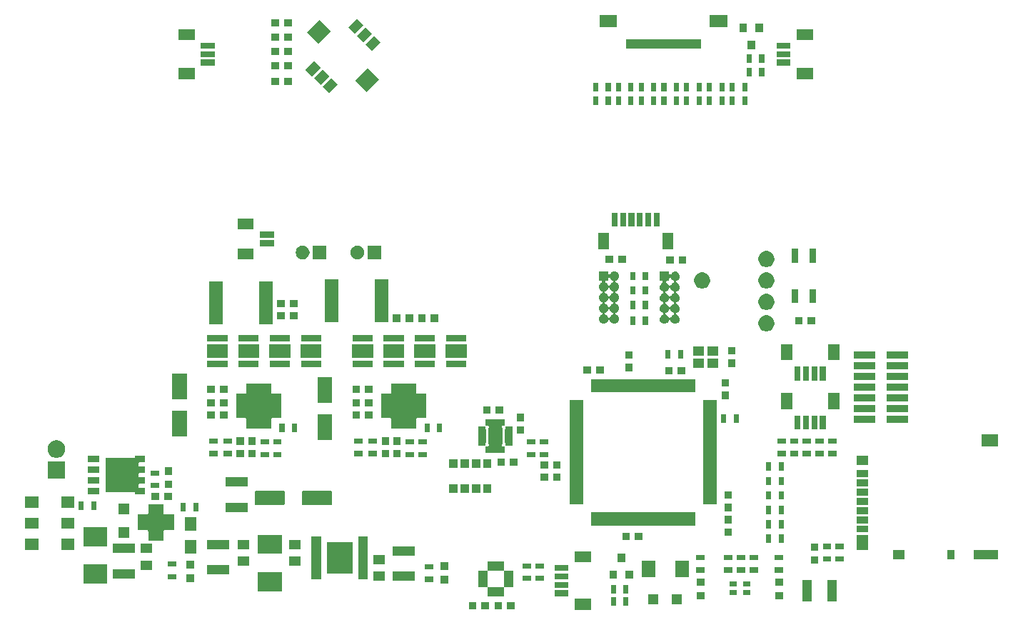
<source format=gts>
G04 #@! TF.GenerationSoftware,KiCad,Pcbnew,(5.1.6)-1*
G04 #@! TF.CreationDate,2021-05-13T14:40:21+09:00*
G04 #@! TF.ProjectId,MainBoard_v1,4d61696e-426f-4617-9264-5f76312e6b69,rev?*
G04 #@! TF.SameCoordinates,Original*
G04 #@! TF.FileFunction,Soldermask,Top*
G04 #@! TF.FilePolarity,Negative*
%FSLAX46Y46*%
G04 Gerber Fmt 4.6, Leading zero omitted, Abs format (unit mm)*
G04 Created by KiCad (PCBNEW (5.1.6)-1) date 2021-05-13 14:40:21*
%MOMM*%
%LPD*%
G01*
G04 APERTURE LIST*
%ADD10C,0.100000*%
G04 APERTURE END LIST*
D10*
G36*
X155776000Y-137051000D02*
G01*
X153874000Y-137051000D01*
X153874000Y-135749000D01*
X155776000Y-135749000D01*
X155776000Y-137051000D01*
G37*
G36*
X143701000Y-137026000D02*
G01*
X142799000Y-137026000D01*
X142799000Y-136174000D01*
X143701000Y-136174000D01*
X143701000Y-137026000D01*
G37*
G36*
X142201000Y-137026000D02*
G01*
X141299000Y-137026000D01*
X141299000Y-136174000D01*
X142201000Y-136174000D01*
X142201000Y-137026000D01*
G37*
G36*
X145251000Y-137026000D02*
G01*
X144349000Y-137026000D01*
X144349000Y-136174000D01*
X145251000Y-136174000D01*
X145251000Y-137026000D01*
G37*
G36*
X146751000Y-137026000D02*
G01*
X145849000Y-137026000D01*
X145849000Y-136174000D01*
X146751000Y-136174000D01*
X146751000Y-137026000D01*
G37*
G36*
X160251000Y-136601000D02*
G01*
X159649000Y-136601000D01*
X159649000Y-135599000D01*
X160251000Y-135599000D01*
X160251000Y-136601000D01*
G37*
G36*
X158751000Y-136601000D02*
G01*
X158149000Y-136601000D01*
X158149000Y-135599000D01*
X158751000Y-135599000D01*
X158751000Y-136601000D01*
G37*
G36*
X163801000Y-136401000D02*
G01*
X162599000Y-136401000D01*
X162599000Y-135199000D01*
X163801000Y-135199000D01*
X163801000Y-136401000D01*
G37*
G36*
X166601000Y-136401000D02*
G01*
X165399000Y-136401000D01*
X165399000Y-135199000D01*
X166601000Y-135199000D01*
X166601000Y-136401000D01*
G37*
G36*
X181951000Y-136101000D02*
G01*
X180849000Y-136101000D01*
X180849000Y-133499000D01*
X181951000Y-133499000D01*
X181951000Y-136101000D01*
G37*
G36*
X184951000Y-136101000D02*
G01*
X183849000Y-136101000D01*
X183849000Y-133499000D01*
X184951000Y-133499000D01*
X184951000Y-136101000D01*
G37*
G36*
X178551000Y-135851000D02*
G01*
X177649000Y-135851000D01*
X177649000Y-134949000D01*
X178551000Y-134949000D01*
X178551000Y-135851000D01*
G37*
G36*
X169251000Y-135851000D02*
G01*
X168349000Y-135851000D01*
X168349000Y-134949000D01*
X169251000Y-134949000D01*
X169251000Y-135851000D01*
G37*
G36*
X145451000Y-132324001D02*
G01*
X145453402Y-132348387D01*
X145460515Y-132371836D01*
X145472066Y-132393447D01*
X145487611Y-132412389D01*
X145506553Y-132427934D01*
X145528164Y-132439485D01*
X145551613Y-132446598D01*
X145575999Y-132449000D01*
X146601000Y-132449000D01*
X146601000Y-134351000D01*
X145575999Y-134351000D01*
X145551613Y-134353402D01*
X145528164Y-134360515D01*
X145506553Y-134372066D01*
X145487611Y-134387611D01*
X145472066Y-134406553D01*
X145460515Y-134428164D01*
X145453402Y-134451613D01*
X145451000Y-134475999D01*
X145451000Y-135501000D01*
X143549000Y-135501000D01*
X143549000Y-134475999D01*
X143546598Y-134451613D01*
X143539485Y-134428164D01*
X143527934Y-134406553D01*
X143512389Y-134387611D01*
X143493447Y-134372066D01*
X143471836Y-134360515D01*
X143448387Y-134353402D01*
X143424001Y-134351000D01*
X142399000Y-134351000D01*
X142399000Y-132525999D01*
X143501000Y-132525999D01*
X143501000Y-134274001D01*
X143503402Y-134298387D01*
X143510515Y-134321836D01*
X143522066Y-134343447D01*
X143537611Y-134362389D01*
X143556553Y-134377934D01*
X143578164Y-134389485D01*
X143601613Y-134396598D01*
X143625999Y-134399000D01*
X145374001Y-134399000D01*
X145398387Y-134396598D01*
X145421836Y-134389485D01*
X145443447Y-134377934D01*
X145462389Y-134362389D01*
X145477934Y-134343447D01*
X145489485Y-134321836D01*
X145496598Y-134298387D01*
X145499000Y-134274001D01*
X145499000Y-132525999D01*
X145496598Y-132501613D01*
X145489485Y-132478164D01*
X145477934Y-132456553D01*
X145462389Y-132437611D01*
X145443447Y-132422066D01*
X145421836Y-132410515D01*
X145398387Y-132403402D01*
X145374001Y-132401000D01*
X143625999Y-132401000D01*
X143601613Y-132403402D01*
X143578164Y-132410515D01*
X143556553Y-132422066D01*
X143537611Y-132437611D01*
X143522066Y-132456553D01*
X143510515Y-132478164D01*
X143503402Y-132501613D01*
X143501000Y-132525999D01*
X142399000Y-132525999D01*
X142399000Y-132449000D01*
X143424001Y-132449000D01*
X143448387Y-132446598D01*
X143471836Y-132439485D01*
X143493447Y-132427934D01*
X143512389Y-132412389D01*
X143527934Y-132393447D01*
X143539485Y-132371836D01*
X143546598Y-132348387D01*
X143549000Y-132324001D01*
X143549000Y-131299000D01*
X145451000Y-131299000D01*
X145451000Y-132324001D01*
G37*
G36*
X153126000Y-135451000D02*
G01*
X151474000Y-135451000D01*
X151474000Y-134749000D01*
X153126000Y-134749000D01*
X153126000Y-135451000D01*
G37*
G36*
X173126000Y-135301000D02*
G01*
X172274000Y-135301000D01*
X172274000Y-134699000D01*
X173126000Y-134699000D01*
X173126000Y-135301000D01*
G37*
G36*
X174676000Y-135301000D02*
G01*
X173824000Y-135301000D01*
X173824000Y-134699000D01*
X174676000Y-134699000D01*
X174676000Y-135301000D01*
G37*
G36*
X160251000Y-135101000D02*
G01*
X159649000Y-135101000D01*
X159649000Y-134099000D01*
X160251000Y-134099000D01*
X160251000Y-135101000D01*
G37*
G36*
X158751000Y-135101000D02*
G01*
X158149000Y-135101000D01*
X158149000Y-134099000D01*
X158751000Y-134099000D01*
X158751000Y-135101000D01*
G37*
G36*
X119118000Y-134850500D02*
G01*
X116282000Y-134850500D01*
X116282000Y-132589500D01*
X119118000Y-132589500D01*
X119118000Y-134850500D01*
G37*
G36*
X153126000Y-134451000D02*
G01*
X151474000Y-134451000D01*
X151474000Y-133749000D01*
X153126000Y-133749000D01*
X153126000Y-134451000D01*
G37*
G36*
X173126000Y-134301000D02*
G01*
X172274000Y-134301000D01*
X172274000Y-133699000D01*
X173126000Y-133699000D01*
X173126000Y-134301000D01*
G37*
G36*
X174676000Y-134301000D02*
G01*
X173824000Y-134301000D01*
X173824000Y-133699000D01*
X174676000Y-133699000D01*
X174676000Y-134301000D01*
G37*
G36*
X178551000Y-134251000D02*
G01*
X177649000Y-134251000D01*
X177649000Y-133349000D01*
X178551000Y-133349000D01*
X178551000Y-134251000D01*
G37*
G36*
X169251000Y-134251000D02*
G01*
X168349000Y-134251000D01*
X168349000Y-133349000D01*
X169251000Y-133349000D01*
X169251000Y-134251000D01*
G37*
G36*
X138851000Y-133951000D02*
G01*
X137949000Y-133951000D01*
X137949000Y-133049000D01*
X138851000Y-133049000D01*
X138851000Y-133951000D01*
G37*
G36*
X98418000Y-133950500D02*
G01*
X95582000Y-133950500D01*
X95582000Y-131689500D01*
X98418000Y-131689500D01*
X98418000Y-133950500D01*
G37*
G36*
X137101000Y-133751000D02*
G01*
X136099000Y-133751000D01*
X136099000Y-133149000D01*
X137101000Y-133149000D01*
X137101000Y-133751000D01*
G37*
G36*
X108751000Y-133751000D02*
G01*
X107849000Y-133751000D01*
X107849000Y-132849000D01*
X108751000Y-132849000D01*
X108751000Y-133751000D01*
G37*
G36*
X150201000Y-133651000D02*
G01*
X149199000Y-133651000D01*
X149199000Y-133049000D01*
X150201000Y-133049000D01*
X150201000Y-133651000D01*
G37*
G36*
X148701000Y-133651000D02*
G01*
X147699000Y-133651000D01*
X147699000Y-133049000D01*
X148701000Y-133049000D01*
X148701000Y-133651000D01*
G37*
G36*
X131376000Y-133651000D02*
G01*
X130024000Y-133651000D01*
X130024000Y-132549000D01*
X131376000Y-132549000D01*
X131376000Y-133651000D01*
G37*
G36*
X134901000Y-133651000D02*
G01*
X132299000Y-133651000D01*
X132299000Y-132549000D01*
X134901000Y-132549000D01*
X134901000Y-133651000D01*
G37*
G36*
X129351000Y-133451000D02*
G01*
X128199000Y-133451000D01*
X128199000Y-128349000D01*
X129351000Y-128349000D01*
X129351000Y-133451000D01*
G37*
G36*
X106601000Y-133451000D02*
G01*
X105599000Y-133451000D01*
X105599000Y-132849000D01*
X106601000Y-132849000D01*
X106601000Y-133451000D01*
G37*
G36*
X123801000Y-133451000D02*
G01*
X122649000Y-133451000D01*
X122649000Y-128349000D01*
X123801000Y-128349000D01*
X123801000Y-133451000D01*
G37*
G36*
X153126000Y-133451000D02*
G01*
X151474000Y-133451000D01*
X151474000Y-132749000D01*
X153126000Y-132749000D01*
X153126000Y-133451000D01*
G37*
G36*
X160801000Y-133401000D02*
G01*
X159899000Y-133401000D01*
X159899000Y-132399000D01*
X160801000Y-132399000D01*
X160801000Y-133401000D01*
G37*
G36*
X158901000Y-133401000D02*
G01*
X157999000Y-133401000D01*
X157999000Y-132399000D01*
X158901000Y-132399000D01*
X158901000Y-133401000D01*
G37*
G36*
X101701000Y-133351000D02*
G01*
X99099000Y-133351000D01*
X99099000Y-132249000D01*
X101701000Y-132249000D01*
X101701000Y-133351000D01*
G37*
G36*
X167401000Y-133151000D02*
G01*
X165799000Y-133151000D01*
X165799000Y-131249000D01*
X167401000Y-131249000D01*
X167401000Y-133151000D01*
G37*
G36*
X163401000Y-133151000D02*
G01*
X161799000Y-133151000D01*
X161799000Y-131249000D01*
X163401000Y-131249000D01*
X163401000Y-133151000D01*
G37*
G36*
X112901000Y-132851000D02*
G01*
X110299000Y-132851000D01*
X110299000Y-131749000D01*
X112901000Y-131749000D01*
X112901000Y-132851000D01*
G37*
G36*
X127521000Y-132741000D02*
G01*
X124479000Y-132741000D01*
X124479000Y-129059000D01*
X127521000Y-129059000D01*
X127521000Y-132741000D01*
G37*
G36*
X172601000Y-132651000D02*
G01*
X171599000Y-132651000D01*
X171599000Y-132049000D01*
X172601000Y-132049000D01*
X172601000Y-132651000D01*
G37*
G36*
X175601000Y-132651000D02*
G01*
X174599000Y-132651000D01*
X174599000Y-132049000D01*
X175601000Y-132049000D01*
X175601000Y-132651000D01*
G37*
G36*
X174101000Y-132651000D02*
G01*
X173099000Y-132651000D01*
X173099000Y-132049000D01*
X174101000Y-132049000D01*
X174101000Y-132651000D01*
G37*
G36*
X178601000Y-132651000D02*
G01*
X177599000Y-132651000D01*
X177599000Y-132049000D01*
X178601000Y-132049000D01*
X178601000Y-132651000D01*
G37*
G36*
X169301000Y-132651000D02*
G01*
X168299000Y-132651000D01*
X168299000Y-132049000D01*
X169301000Y-132049000D01*
X169301000Y-132651000D01*
G37*
G36*
X153126000Y-132451000D02*
G01*
X151474000Y-132451000D01*
X151474000Y-131749000D01*
X153126000Y-131749000D01*
X153126000Y-132451000D01*
G37*
G36*
X103776000Y-132351000D02*
G01*
X102424000Y-132351000D01*
X102424000Y-131249000D01*
X103776000Y-131249000D01*
X103776000Y-132351000D01*
G37*
G36*
X138851000Y-132351000D02*
G01*
X137949000Y-132351000D01*
X137949000Y-131449000D01*
X138851000Y-131449000D01*
X138851000Y-132351000D01*
G37*
G36*
X137101000Y-132251000D02*
G01*
X136099000Y-132251000D01*
X136099000Y-131649000D01*
X137101000Y-131649000D01*
X137101000Y-132251000D01*
G37*
G36*
X148701000Y-132151000D02*
G01*
X147699000Y-132151000D01*
X147699000Y-131549000D01*
X148701000Y-131549000D01*
X148701000Y-132151000D01*
G37*
G36*
X108751000Y-132151000D02*
G01*
X107849000Y-132151000D01*
X107849000Y-131249000D01*
X108751000Y-131249000D01*
X108751000Y-132151000D01*
G37*
G36*
X150201000Y-132151000D02*
G01*
X149199000Y-132151000D01*
X149199000Y-131549000D01*
X150201000Y-131549000D01*
X150201000Y-132151000D01*
G37*
G36*
X106601000Y-131951000D02*
G01*
X105599000Y-131951000D01*
X105599000Y-131349000D01*
X106601000Y-131349000D01*
X106601000Y-131951000D01*
G37*
G36*
X121376000Y-131851000D02*
G01*
X120024000Y-131851000D01*
X120024000Y-130749000D01*
X121376000Y-130749000D01*
X121376000Y-131851000D01*
G37*
G36*
X115276000Y-131851000D02*
G01*
X113924000Y-131851000D01*
X113924000Y-130749000D01*
X115276000Y-130749000D01*
X115276000Y-131851000D01*
G37*
G36*
X131376000Y-131651000D02*
G01*
X130024000Y-131651000D01*
X130024000Y-130549000D01*
X131376000Y-130549000D01*
X131376000Y-131651000D01*
G37*
G36*
X182726000Y-131601000D02*
G01*
X181874000Y-131601000D01*
X181874000Y-130699000D01*
X182726000Y-130699000D01*
X182726000Y-131601000D01*
G37*
G36*
X155776000Y-131451000D02*
G01*
X153874000Y-131451000D01*
X153874000Y-130149000D01*
X155776000Y-130149000D01*
X155776000Y-131451000D01*
G37*
G36*
X159851000Y-131401000D02*
G01*
X158949000Y-131401000D01*
X158949000Y-130399000D01*
X159851000Y-130399000D01*
X159851000Y-131401000D01*
G37*
G36*
X185801000Y-131351000D02*
G01*
X184799000Y-131351000D01*
X184799000Y-130749000D01*
X185801000Y-130749000D01*
X185801000Y-131351000D01*
G37*
G36*
X184301000Y-131351000D02*
G01*
X183299000Y-131351000D01*
X183299000Y-130749000D01*
X184301000Y-130749000D01*
X184301000Y-131351000D01*
G37*
G36*
X178601000Y-131151000D02*
G01*
X177599000Y-131151000D01*
X177599000Y-130549000D01*
X178601000Y-130549000D01*
X178601000Y-131151000D01*
G37*
G36*
X172601000Y-131151000D02*
G01*
X171599000Y-131151000D01*
X171599000Y-130549000D01*
X172601000Y-130549000D01*
X172601000Y-131151000D01*
G37*
G36*
X175601000Y-131151000D02*
G01*
X174599000Y-131151000D01*
X174599000Y-130549000D01*
X175601000Y-130549000D01*
X175601000Y-131151000D01*
G37*
G36*
X174101000Y-131151000D02*
G01*
X173099000Y-131151000D01*
X173099000Y-130549000D01*
X174101000Y-130549000D01*
X174101000Y-131151000D01*
G37*
G36*
X169301000Y-131151000D02*
G01*
X168299000Y-131151000D01*
X168299000Y-130549000D01*
X169301000Y-130549000D01*
X169301000Y-131151000D01*
G37*
G36*
X192951000Y-131051000D02*
G01*
X191649000Y-131051000D01*
X191649000Y-129949000D01*
X192951000Y-129949000D01*
X192951000Y-131051000D01*
G37*
G36*
X198951000Y-131051000D02*
G01*
X198049000Y-131051000D01*
X198049000Y-129949000D01*
X198951000Y-129949000D01*
X198951000Y-131051000D01*
G37*
G36*
X204101000Y-131051000D02*
G01*
X201199000Y-131051000D01*
X201199000Y-129949000D01*
X204101000Y-129949000D01*
X204101000Y-131051000D01*
G37*
G36*
X134901000Y-130651000D02*
G01*
X132299000Y-130651000D01*
X132299000Y-129549000D01*
X134901000Y-129549000D01*
X134901000Y-130651000D01*
G37*
G36*
X119118000Y-130430500D02*
G01*
X116282000Y-130430500D01*
X116282000Y-128169500D01*
X119118000Y-128169500D01*
X119118000Y-130430500D01*
G37*
G36*
X108951000Y-130401000D02*
G01*
X107649000Y-130401000D01*
X107649000Y-128799000D01*
X108951000Y-128799000D01*
X108951000Y-130401000D01*
G37*
G36*
X101701000Y-130351000D02*
G01*
X99099000Y-130351000D01*
X99099000Y-129249000D01*
X101701000Y-129249000D01*
X101701000Y-130351000D01*
G37*
G36*
X103776000Y-130351000D02*
G01*
X102424000Y-130351000D01*
X102424000Y-129249000D01*
X103776000Y-129249000D01*
X103776000Y-130351000D01*
G37*
G36*
X182726000Y-130101000D02*
G01*
X181874000Y-130101000D01*
X181874000Y-129199000D01*
X182726000Y-129199000D01*
X182726000Y-130101000D01*
G37*
G36*
X94551000Y-129951000D02*
G01*
X92949000Y-129951000D01*
X92949000Y-128649000D01*
X94551000Y-128649000D01*
X94551000Y-129951000D01*
G37*
G36*
X188651000Y-129951000D02*
G01*
X187349000Y-129951000D01*
X187349000Y-128199000D01*
X188651000Y-128199000D01*
X188651000Y-129951000D01*
G37*
G36*
X90251000Y-129951000D02*
G01*
X88649000Y-129951000D01*
X88649000Y-128649000D01*
X90251000Y-128649000D01*
X90251000Y-129951000D01*
G37*
G36*
X184301000Y-129851000D02*
G01*
X183299000Y-129851000D01*
X183299000Y-129249000D01*
X184301000Y-129249000D01*
X184301000Y-129851000D01*
G37*
G36*
X121376000Y-129851000D02*
G01*
X120024000Y-129851000D01*
X120024000Y-128749000D01*
X121376000Y-128749000D01*
X121376000Y-129851000D01*
G37*
G36*
X112901000Y-129851000D02*
G01*
X110299000Y-129851000D01*
X110299000Y-128749000D01*
X112901000Y-128749000D01*
X112901000Y-129851000D01*
G37*
G36*
X185801000Y-129851000D02*
G01*
X184799000Y-129851000D01*
X184799000Y-129249000D01*
X185801000Y-129249000D01*
X185801000Y-129851000D01*
G37*
G36*
X115276000Y-129851000D02*
G01*
X113924000Y-129851000D01*
X113924000Y-128749000D01*
X115276000Y-128749000D01*
X115276000Y-129851000D01*
G37*
G36*
X98418000Y-129530500D02*
G01*
X95582000Y-129530500D01*
X95582000Y-127269500D01*
X98418000Y-127269500D01*
X98418000Y-129530500D01*
G37*
G36*
X178651000Y-129101000D02*
G01*
X178049000Y-129101000D01*
X178049000Y-128099000D01*
X178651000Y-128099000D01*
X178651000Y-129101000D01*
G37*
G36*
X177151000Y-129101000D02*
G01*
X176549000Y-129101000D01*
X176549000Y-128099000D01*
X177151000Y-128099000D01*
X177151000Y-129101000D01*
G37*
G36*
X105121000Y-125654001D02*
G01*
X105123402Y-125678387D01*
X105130515Y-125701836D01*
X105142066Y-125723447D01*
X105157611Y-125742389D01*
X105176553Y-125757934D01*
X105198164Y-125769485D01*
X105221613Y-125776598D01*
X105245999Y-125779000D01*
X106351000Y-125779000D01*
X106351000Y-127621000D01*
X105245999Y-127621000D01*
X105221613Y-127623402D01*
X105198164Y-127630515D01*
X105176553Y-127642066D01*
X105157611Y-127657611D01*
X105142066Y-127676553D01*
X105130515Y-127698164D01*
X105123402Y-127721613D01*
X105121000Y-127745999D01*
X105121000Y-128851000D01*
X103279000Y-128851000D01*
X103279000Y-127745999D01*
X103276598Y-127721613D01*
X103269485Y-127698164D01*
X103257934Y-127676553D01*
X103242389Y-127657611D01*
X103223447Y-127642066D01*
X103201836Y-127630515D01*
X103178387Y-127623402D01*
X103154001Y-127621000D01*
X102049000Y-127621000D01*
X102049000Y-125779000D01*
X103154001Y-125779000D01*
X103178387Y-125776598D01*
X103201836Y-125769485D01*
X103223447Y-125757934D01*
X103242389Y-125742389D01*
X103257934Y-125723447D01*
X103269485Y-125701836D01*
X103276598Y-125678387D01*
X103279000Y-125654001D01*
X103279000Y-124549000D01*
X105121000Y-124549000D01*
X105121000Y-125654001D01*
G37*
G36*
X161901000Y-128826000D02*
G01*
X160999000Y-128826000D01*
X160999000Y-127974000D01*
X161901000Y-127974000D01*
X161901000Y-128826000D01*
G37*
G36*
X160401000Y-128826000D02*
G01*
X159499000Y-128826000D01*
X159499000Y-127974000D01*
X160401000Y-127974000D01*
X160401000Y-128826000D01*
G37*
G36*
X101001000Y-128501000D02*
G01*
X99799000Y-128501000D01*
X99799000Y-127299000D01*
X101001000Y-127299000D01*
X101001000Y-128501000D01*
G37*
G36*
X172526000Y-128301000D02*
G01*
X171674000Y-128301000D01*
X171674000Y-127399000D01*
X172526000Y-127399000D01*
X172526000Y-128301000D01*
G37*
G36*
X188651000Y-127901000D02*
G01*
X187349000Y-127901000D01*
X187349000Y-127099000D01*
X188651000Y-127099000D01*
X188651000Y-127901000D01*
G37*
G36*
X108951000Y-127701000D02*
G01*
X107649000Y-127701000D01*
X107649000Y-126099000D01*
X108951000Y-126099000D01*
X108951000Y-127701000D01*
G37*
G36*
X94551000Y-127451000D02*
G01*
X92949000Y-127451000D01*
X92949000Y-126149000D01*
X94551000Y-126149000D01*
X94551000Y-127451000D01*
G37*
G36*
X90251000Y-127451000D02*
G01*
X88649000Y-127451000D01*
X88649000Y-126149000D01*
X90251000Y-126149000D01*
X90251000Y-127451000D01*
G37*
G36*
X178651000Y-127401000D02*
G01*
X178049000Y-127401000D01*
X178049000Y-126399000D01*
X178651000Y-126399000D01*
X178651000Y-127401000D01*
G37*
G36*
X177151000Y-127401000D02*
G01*
X176549000Y-127401000D01*
X176549000Y-126399000D01*
X177151000Y-126399000D01*
X177151000Y-127401000D01*
G37*
G36*
X168191000Y-127101000D02*
G01*
X155809000Y-127101000D01*
X155809000Y-125499000D01*
X168191000Y-125499000D01*
X168191000Y-127101000D01*
G37*
G36*
X188651000Y-126801000D02*
G01*
X187349000Y-126801000D01*
X187349000Y-125999000D01*
X188651000Y-125999000D01*
X188651000Y-126801000D01*
G37*
G36*
X172526000Y-126801000D02*
G01*
X171674000Y-126801000D01*
X171674000Y-125899000D01*
X172526000Y-125899000D01*
X172526000Y-126801000D01*
G37*
G36*
X178651000Y-125701000D02*
G01*
X178049000Y-125701000D01*
X178049000Y-124699000D01*
X178651000Y-124699000D01*
X178651000Y-125701000D01*
G37*
G36*
X188651000Y-125701000D02*
G01*
X187349000Y-125701000D01*
X187349000Y-124899000D01*
X188651000Y-124899000D01*
X188651000Y-125701000D01*
G37*
G36*
X177151000Y-125701000D02*
G01*
X176549000Y-125701000D01*
X176549000Y-124699000D01*
X177151000Y-124699000D01*
X177151000Y-125701000D01*
G37*
G36*
X101001000Y-125701000D02*
G01*
X99799000Y-125701000D01*
X99799000Y-124499000D01*
X101001000Y-124499000D01*
X101001000Y-125701000D01*
G37*
G36*
X115101000Y-125451000D02*
G01*
X112499000Y-125451000D01*
X112499000Y-124349000D01*
X115101000Y-124349000D01*
X115101000Y-125451000D01*
G37*
G36*
X109251000Y-125401000D02*
G01*
X108649000Y-125401000D01*
X108649000Y-124399000D01*
X109251000Y-124399000D01*
X109251000Y-125401000D01*
G37*
G36*
X172526000Y-125401000D02*
G01*
X171674000Y-125401000D01*
X171674000Y-124499000D01*
X172526000Y-124499000D01*
X172526000Y-125401000D01*
G37*
G36*
X107751000Y-125401000D02*
G01*
X107149000Y-125401000D01*
X107149000Y-124399000D01*
X107751000Y-124399000D01*
X107751000Y-125401000D01*
G37*
G36*
X97151000Y-125201000D02*
G01*
X96549000Y-125201000D01*
X96549000Y-124199000D01*
X97151000Y-124199000D01*
X97151000Y-125201000D01*
G37*
G36*
X95651000Y-125201000D02*
G01*
X95049000Y-125201000D01*
X95049000Y-124199000D01*
X95651000Y-124199000D01*
X95651000Y-125201000D01*
G37*
G36*
X94551000Y-124951000D02*
G01*
X92949000Y-124951000D01*
X92949000Y-123649000D01*
X94551000Y-123649000D01*
X94551000Y-124951000D01*
G37*
G36*
X90251000Y-124951000D02*
G01*
X88649000Y-124951000D01*
X88649000Y-123649000D01*
X90251000Y-123649000D01*
X90251000Y-124951000D01*
G37*
G36*
X124955997Y-122953051D02*
G01*
X124989652Y-122963261D01*
X125020665Y-122979838D01*
X125047851Y-123002149D01*
X125070162Y-123029335D01*
X125086739Y-123060348D01*
X125096949Y-123094003D01*
X125101000Y-123135138D01*
X125101000Y-124464862D01*
X125096949Y-124505997D01*
X125086739Y-124539652D01*
X125070162Y-124570665D01*
X125047851Y-124597851D01*
X125020665Y-124620162D01*
X124989652Y-124636739D01*
X124955997Y-124646949D01*
X124914862Y-124651000D01*
X121685138Y-124651000D01*
X121644003Y-124646949D01*
X121610348Y-124636739D01*
X121579335Y-124620162D01*
X121552149Y-124597851D01*
X121529838Y-124570665D01*
X121513261Y-124539652D01*
X121503051Y-124505997D01*
X121499000Y-124464862D01*
X121499000Y-123135138D01*
X121503051Y-123094003D01*
X121513261Y-123060348D01*
X121529838Y-123029335D01*
X121552149Y-123002149D01*
X121579335Y-122979838D01*
X121610348Y-122963261D01*
X121644003Y-122953051D01*
X121685138Y-122949000D01*
X124914862Y-122949000D01*
X124955997Y-122953051D01*
G37*
G36*
X119355997Y-122953051D02*
G01*
X119389652Y-122963261D01*
X119420665Y-122979838D01*
X119447851Y-123002149D01*
X119470162Y-123029335D01*
X119486739Y-123060348D01*
X119496949Y-123094003D01*
X119501000Y-123135138D01*
X119501000Y-124464862D01*
X119496949Y-124505997D01*
X119486739Y-124539652D01*
X119470162Y-124570665D01*
X119447851Y-124597851D01*
X119420665Y-124620162D01*
X119389652Y-124636739D01*
X119355997Y-124646949D01*
X119314862Y-124651000D01*
X116085138Y-124651000D01*
X116044003Y-124646949D01*
X116010348Y-124636739D01*
X115979335Y-124620162D01*
X115952149Y-124597851D01*
X115929838Y-124570665D01*
X115913261Y-124539652D01*
X115903051Y-124505997D01*
X115899000Y-124464862D01*
X115899000Y-123135138D01*
X115903051Y-123094003D01*
X115913261Y-123060348D01*
X115929838Y-123029335D01*
X115952149Y-123002149D01*
X115979335Y-122979838D01*
X116010348Y-122963261D01*
X116044003Y-122953051D01*
X116085138Y-122949000D01*
X119314862Y-122949000D01*
X119355997Y-122953051D01*
G37*
G36*
X188651000Y-124601000D02*
G01*
X187349000Y-124601000D01*
X187349000Y-123799000D01*
X188651000Y-123799000D01*
X188651000Y-124601000D01*
G37*
G36*
X154901000Y-124591000D02*
G01*
X153299000Y-124591000D01*
X153299000Y-112209000D01*
X154901000Y-112209000D01*
X154901000Y-124591000D01*
G37*
G36*
X170701000Y-124591000D02*
G01*
X169099000Y-124591000D01*
X169099000Y-112209000D01*
X170701000Y-112209000D01*
X170701000Y-124591000D01*
G37*
G36*
X106101000Y-124026000D02*
G01*
X105199000Y-124026000D01*
X105199000Y-123174000D01*
X106101000Y-123174000D01*
X106101000Y-124026000D01*
G37*
G36*
X104601000Y-124026000D02*
G01*
X103699000Y-124026000D01*
X103699000Y-123174000D01*
X104601000Y-123174000D01*
X104601000Y-124026000D01*
G37*
G36*
X177151000Y-124001000D02*
G01*
X176549000Y-124001000D01*
X176549000Y-122999000D01*
X177151000Y-122999000D01*
X177151000Y-124001000D01*
G37*
G36*
X178651000Y-124001000D02*
G01*
X178049000Y-124001000D01*
X178049000Y-122999000D01*
X178651000Y-122999000D01*
X178651000Y-124001000D01*
G37*
G36*
X172526000Y-123901000D02*
G01*
X171674000Y-123901000D01*
X171674000Y-122999000D01*
X172526000Y-122999000D01*
X172526000Y-123901000D01*
G37*
G36*
X188651000Y-123501000D02*
G01*
X187349000Y-123501000D01*
X187349000Y-122699000D01*
X188651000Y-122699000D01*
X188651000Y-123501000D01*
G37*
G36*
X97516000Y-123361000D02*
G01*
X96144000Y-123361000D01*
X96144000Y-122649000D01*
X97516000Y-122649000D01*
X97516000Y-123361000D01*
G37*
G36*
X102856000Y-119551000D02*
G01*
X102270999Y-119551000D01*
X102246613Y-119553402D01*
X102223164Y-119560515D01*
X102201553Y-119572066D01*
X102182611Y-119587611D01*
X102167066Y-119606553D01*
X102155515Y-119628164D01*
X102148402Y-119651613D01*
X102146000Y-119675999D01*
X102146000Y-119984001D01*
X102148402Y-120008387D01*
X102155515Y-120031836D01*
X102167066Y-120053447D01*
X102182611Y-120072389D01*
X102201553Y-120087934D01*
X102223164Y-120099485D01*
X102246613Y-120106598D01*
X102270999Y-120109000D01*
X102856000Y-120109000D01*
X102856000Y-120821000D01*
X102270999Y-120821000D01*
X102246613Y-120823402D01*
X102223164Y-120830515D01*
X102201553Y-120842066D01*
X102182611Y-120857611D01*
X102167066Y-120876553D01*
X102155515Y-120898164D01*
X102148402Y-120921613D01*
X102146000Y-120945999D01*
X102146000Y-121254001D01*
X102148402Y-121278387D01*
X102155515Y-121301836D01*
X102167066Y-121323447D01*
X102182611Y-121342389D01*
X102201553Y-121357934D01*
X102223164Y-121369485D01*
X102246613Y-121376598D01*
X102270999Y-121379000D01*
X102856000Y-121379000D01*
X102856000Y-122091000D01*
X102270999Y-122091000D01*
X102246613Y-122093402D01*
X102223164Y-122100515D01*
X102201553Y-122112066D01*
X102182611Y-122127611D01*
X102167066Y-122146553D01*
X102155515Y-122168164D01*
X102148402Y-122191613D01*
X102146000Y-122215999D01*
X102146000Y-122524001D01*
X102148402Y-122548387D01*
X102155515Y-122571836D01*
X102167066Y-122593447D01*
X102182611Y-122612389D01*
X102201553Y-122627934D01*
X102223164Y-122639485D01*
X102246613Y-122646598D01*
X102270999Y-122649000D01*
X102856000Y-122649000D01*
X102856000Y-123361000D01*
X101734000Y-123361000D01*
X101734000Y-123230999D01*
X101731598Y-123206613D01*
X101724485Y-123183164D01*
X101712934Y-123161553D01*
X101697389Y-123142611D01*
X101678447Y-123127066D01*
X101656836Y-123115515D01*
X101633387Y-123108402D01*
X101609001Y-123106000D01*
X98234000Y-123106000D01*
X98234000Y-119094000D01*
X101609001Y-119094000D01*
X101633387Y-119091598D01*
X101656836Y-119084485D01*
X101678447Y-119072934D01*
X101697389Y-119057389D01*
X101712934Y-119038447D01*
X101724485Y-119016836D01*
X101731598Y-118993387D01*
X101734000Y-118969001D01*
X101734000Y-118839000D01*
X102856000Y-118839000D01*
X102856000Y-119551000D01*
G37*
G36*
X144001000Y-123201000D02*
G01*
X142999000Y-123201000D01*
X142999000Y-122199000D01*
X144001000Y-122199000D01*
X144001000Y-123201000D01*
G37*
G36*
X141341000Y-123201000D02*
G01*
X140339000Y-123201000D01*
X140339000Y-122199000D01*
X141341000Y-122199000D01*
X141341000Y-123201000D01*
G37*
G36*
X140001000Y-123201000D02*
G01*
X138999000Y-123201000D01*
X138999000Y-122199000D01*
X140001000Y-122199000D01*
X140001000Y-123201000D01*
G37*
G36*
X142661000Y-123201000D02*
G01*
X141659000Y-123201000D01*
X141659000Y-122199000D01*
X142661000Y-122199000D01*
X142661000Y-123201000D01*
G37*
G36*
X106151000Y-122651000D02*
G01*
X105249000Y-122651000D01*
X105249000Y-121749000D01*
X106151000Y-121749000D01*
X106151000Y-122651000D01*
G37*
G36*
X104601000Y-122651000D02*
G01*
X103599000Y-122651000D01*
X103599000Y-122049000D01*
X104601000Y-122049000D01*
X104601000Y-122651000D01*
G37*
G36*
X115101000Y-122451000D02*
G01*
X112499000Y-122451000D01*
X112499000Y-121349000D01*
X115101000Y-121349000D01*
X115101000Y-122451000D01*
G37*
G36*
X188651000Y-122401000D02*
G01*
X187349000Y-122401000D01*
X187349000Y-121599000D01*
X188651000Y-121599000D01*
X188651000Y-122401000D01*
G37*
G36*
X178651000Y-122301000D02*
G01*
X178049000Y-122301000D01*
X178049000Y-121299000D01*
X178651000Y-121299000D01*
X178651000Y-122301000D01*
G37*
G36*
X177151000Y-122301000D02*
G01*
X176549000Y-122301000D01*
X176549000Y-121299000D01*
X177151000Y-121299000D01*
X177151000Y-122301000D01*
G37*
G36*
X97516000Y-122091000D02*
G01*
X96144000Y-122091000D01*
X96144000Y-121379000D01*
X97516000Y-121379000D01*
X97516000Y-122091000D01*
G37*
G36*
X152201000Y-121726000D02*
G01*
X151299000Y-121726000D01*
X151299000Y-120874000D01*
X152201000Y-120874000D01*
X152201000Y-121726000D01*
G37*
G36*
X150701000Y-121726000D02*
G01*
X149799000Y-121726000D01*
X149799000Y-120874000D01*
X150701000Y-120874000D01*
X150701000Y-121726000D01*
G37*
G36*
X93451000Y-121551000D02*
G01*
X91349000Y-121551000D01*
X91349000Y-119449000D01*
X93451000Y-119449000D01*
X93451000Y-121551000D01*
G37*
G36*
X188651000Y-121301000D02*
G01*
X187349000Y-121301000D01*
X187349000Y-120499000D01*
X188651000Y-120499000D01*
X188651000Y-121301000D01*
G37*
G36*
X104601000Y-121151000D02*
G01*
X103599000Y-121151000D01*
X103599000Y-120549000D01*
X104601000Y-120549000D01*
X104601000Y-121151000D01*
G37*
G36*
X106151000Y-121051000D02*
G01*
X105249000Y-121051000D01*
X105249000Y-120149000D01*
X106151000Y-120149000D01*
X106151000Y-121051000D01*
G37*
G36*
X97516000Y-120821000D02*
G01*
X96144000Y-120821000D01*
X96144000Y-120109000D01*
X97516000Y-120109000D01*
X97516000Y-120821000D01*
G37*
G36*
X178651000Y-120601000D02*
G01*
X178049000Y-120601000D01*
X178049000Y-119599000D01*
X178651000Y-119599000D01*
X178651000Y-120601000D01*
G37*
G36*
X177151000Y-120601000D02*
G01*
X176549000Y-120601000D01*
X176549000Y-119599000D01*
X177151000Y-119599000D01*
X177151000Y-120601000D01*
G37*
G36*
X150701000Y-120326000D02*
G01*
X149799000Y-120326000D01*
X149799000Y-119474000D01*
X150701000Y-119474000D01*
X150701000Y-120326000D01*
G37*
G36*
X152201000Y-120326000D02*
G01*
X151299000Y-120326000D01*
X151299000Y-119474000D01*
X152201000Y-119474000D01*
X152201000Y-120326000D01*
G37*
G36*
X140001000Y-120201000D02*
G01*
X138999000Y-120201000D01*
X138999000Y-119199000D01*
X140001000Y-119199000D01*
X140001000Y-120201000D01*
G37*
G36*
X144001000Y-120201000D02*
G01*
X142999000Y-120201000D01*
X142999000Y-119199000D01*
X144001000Y-119199000D01*
X144001000Y-120201000D01*
G37*
G36*
X142661000Y-120201000D02*
G01*
X141659000Y-120201000D01*
X141659000Y-119199000D01*
X142661000Y-119199000D01*
X142661000Y-120201000D01*
G37*
G36*
X141341000Y-120201000D02*
G01*
X140339000Y-120201000D01*
X140339000Y-119199000D01*
X141341000Y-119199000D01*
X141341000Y-120201000D01*
G37*
G36*
X145601000Y-120026000D02*
G01*
X144699000Y-120026000D01*
X144699000Y-119174000D01*
X145601000Y-119174000D01*
X145601000Y-120026000D01*
G37*
G36*
X147101000Y-120026000D02*
G01*
X146199000Y-120026000D01*
X146199000Y-119174000D01*
X147101000Y-119174000D01*
X147101000Y-120026000D01*
G37*
G36*
X188651000Y-119901000D02*
G01*
X187349000Y-119901000D01*
X187349000Y-118799000D01*
X188651000Y-118799000D01*
X188651000Y-119901000D01*
G37*
G36*
X97516000Y-119551000D02*
G01*
X96144000Y-119551000D01*
X96144000Y-118839000D01*
X97516000Y-118839000D01*
X97516000Y-119551000D01*
G37*
G36*
X92706564Y-116989389D02*
G01*
X92897833Y-117068615D01*
X92897835Y-117068616D01*
X93069973Y-117183635D01*
X93216365Y-117330027D01*
X93330606Y-117501000D01*
X93331385Y-117502167D01*
X93410611Y-117693436D01*
X93451000Y-117896484D01*
X93451000Y-118103516D01*
X93410611Y-118306564D01*
X93331385Y-118497833D01*
X93331384Y-118497835D01*
X93216365Y-118669973D01*
X93069973Y-118816365D01*
X92897835Y-118931384D01*
X92897834Y-118931385D01*
X92897833Y-118931385D01*
X92706564Y-119010611D01*
X92503516Y-119051000D01*
X92296484Y-119051000D01*
X92093436Y-119010611D01*
X91902167Y-118931385D01*
X91902166Y-118931385D01*
X91902165Y-118931384D01*
X91730027Y-118816365D01*
X91583635Y-118669973D01*
X91468616Y-118497835D01*
X91468615Y-118497833D01*
X91389389Y-118306564D01*
X91349000Y-118103516D01*
X91349000Y-117896484D01*
X91389389Y-117693436D01*
X91468615Y-117502167D01*
X91469395Y-117501000D01*
X91583635Y-117330027D01*
X91730027Y-117183635D01*
X91902165Y-117068616D01*
X91902167Y-117068615D01*
X92093436Y-116989389D01*
X92296484Y-116949000D01*
X92503516Y-116949000D01*
X92706564Y-116989389D01*
G37*
G36*
X131826000Y-119001000D02*
G01*
X130974000Y-119001000D01*
X130974000Y-118099000D01*
X131826000Y-118099000D01*
X131826000Y-119001000D01*
G37*
G36*
X116026000Y-119001000D02*
G01*
X115174000Y-119001000D01*
X115174000Y-118099000D01*
X116026000Y-118099000D01*
X116026000Y-119001000D01*
G37*
G36*
X133226000Y-119001000D02*
G01*
X132374000Y-119001000D01*
X132374000Y-118099000D01*
X133226000Y-118099000D01*
X133226000Y-119001000D01*
G37*
G36*
X114626000Y-119001000D02*
G01*
X113774000Y-119001000D01*
X113774000Y-118099000D01*
X114626000Y-118099000D01*
X114626000Y-119001000D01*
G37*
G36*
X119101000Y-118951000D02*
G01*
X118099000Y-118951000D01*
X118099000Y-118349000D01*
X119101000Y-118349000D01*
X119101000Y-118951000D01*
G37*
G36*
X136301000Y-118951000D02*
G01*
X135299000Y-118951000D01*
X135299000Y-118349000D01*
X136301000Y-118349000D01*
X136301000Y-118951000D01*
G37*
G36*
X134801000Y-118951000D02*
G01*
X133799000Y-118951000D01*
X133799000Y-118349000D01*
X134801000Y-118349000D01*
X134801000Y-118951000D01*
G37*
G36*
X150701000Y-118951000D02*
G01*
X149699000Y-118951000D01*
X149699000Y-118349000D01*
X150701000Y-118349000D01*
X150701000Y-118951000D01*
G37*
G36*
X149201000Y-118951000D02*
G01*
X148199000Y-118951000D01*
X148199000Y-118349000D01*
X149201000Y-118349000D01*
X149201000Y-118951000D01*
G37*
G36*
X117601000Y-118951000D02*
G01*
X116599000Y-118951000D01*
X116599000Y-118349000D01*
X117601000Y-118349000D01*
X117601000Y-118951000D01*
G37*
G36*
X183401000Y-118851000D02*
G01*
X182399000Y-118851000D01*
X182399000Y-118249000D01*
X183401000Y-118249000D01*
X183401000Y-118851000D01*
G37*
G36*
X111501000Y-118851000D02*
G01*
X110499000Y-118851000D01*
X110499000Y-118249000D01*
X111501000Y-118249000D01*
X111501000Y-118851000D01*
G37*
G36*
X113201000Y-118851000D02*
G01*
X112199000Y-118851000D01*
X112199000Y-118249000D01*
X113201000Y-118249000D01*
X113201000Y-118851000D01*
G37*
G36*
X184901000Y-118851000D02*
G01*
X183899000Y-118851000D01*
X183899000Y-118249000D01*
X184901000Y-118249000D01*
X184901000Y-118851000D01*
G37*
G36*
X130401000Y-118851000D02*
G01*
X129399000Y-118851000D01*
X129399000Y-118249000D01*
X130401000Y-118249000D01*
X130401000Y-118851000D01*
G37*
G36*
X178901000Y-118851000D02*
G01*
X177899000Y-118851000D01*
X177899000Y-118249000D01*
X178901000Y-118249000D01*
X178901000Y-118851000D01*
G37*
G36*
X180401000Y-118851000D02*
G01*
X179399000Y-118851000D01*
X179399000Y-118249000D01*
X180401000Y-118249000D01*
X180401000Y-118851000D01*
G37*
G36*
X128701000Y-118851000D02*
G01*
X127699000Y-118851000D01*
X127699000Y-118249000D01*
X128701000Y-118249000D01*
X128701000Y-118851000D01*
G37*
G36*
X181901000Y-118851000D02*
G01*
X180899000Y-118851000D01*
X180899000Y-118249000D01*
X181901000Y-118249000D01*
X181901000Y-118851000D01*
G37*
G36*
X145611000Y-115189001D02*
G01*
X145613402Y-115213387D01*
X145620515Y-115236836D01*
X145632066Y-115258447D01*
X145647611Y-115277389D01*
X145666553Y-115292934D01*
X145688164Y-115304485D01*
X145711613Y-115311598D01*
X145735999Y-115314000D01*
X146471000Y-115314000D01*
X146471000Y-117616000D01*
X145735999Y-117616000D01*
X145711613Y-117618402D01*
X145688164Y-117625515D01*
X145666553Y-117637066D01*
X145647611Y-117652611D01*
X145632066Y-117671553D01*
X145620515Y-117693164D01*
X145613402Y-117716613D01*
X145611000Y-117740999D01*
X145611000Y-118476000D01*
X143309000Y-118476000D01*
X143309000Y-117740999D01*
X143306598Y-117716613D01*
X143299485Y-117693164D01*
X143287934Y-117671553D01*
X143272389Y-117652611D01*
X143253447Y-117637066D01*
X143231836Y-117625515D01*
X143208387Y-117618402D01*
X143184001Y-117616000D01*
X142449000Y-117616000D01*
X142449000Y-115380999D01*
X143251000Y-115380999D01*
X143251000Y-115589001D01*
X143253402Y-115613387D01*
X143260515Y-115636836D01*
X143272066Y-115658447D01*
X143287611Y-115677389D01*
X143306553Y-115692934D01*
X143328164Y-115704485D01*
X143351000Y-115711412D01*
X143351000Y-117218588D01*
X143328164Y-117225515D01*
X143306553Y-117237066D01*
X143287611Y-117252611D01*
X143272066Y-117271553D01*
X143260515Y-117293164D01*
X143253402Y-117316613D01*
X143251000Y-117340999D01*
X143251000Y-117549001D01*
X143253402Y-117573387D01*
X143260515Y-117596836D01*
X143272066Y-117618447D01*
X143287611Y-117637389D01*
X143306553Y-117652934D01*
X143328164Y-117664485D01*
X143351613Y-117671598D01*
X143375999Y-117674000D01*
X143584001Y-117674000D01*
X143608387Y-117671598D01*
X143631836Y-117664485D01*
X143653447Y-117652934D01*
X143672389Y-117637389D01*
X143687934Y-117618447D01*
X143699485Y-117596836D01*
X143706598Y-117573387D01*
X143709000Y-117549001D01*
X143709000Y-117513499D01*
X143706598Y-117489113D01*
X143699485Y-117465664D01*
X143687934Y-117444053D01*
X143672389Y-117425111D01*
X143653447Y-117409566D01*
X143631836Y-117398015D01*
X143609000Y-117391088D01*
X143609000Y-115538912D01*
X143631836Y-115531985D01*
X143653447Y-115520434D01*
X143672389Y-115504889D01*
X143687934Y-115485947D01*
X143699485Y-115464336D01*
X143706598Y-115440887D01*
X143709000Y-115416501D01*
X143709000Y-115380999D01*
X145211000Y-115380999D01*
X145211000Y-115416501D01*
X145213402Y-115440887D01*
X145220515Y-115464336D01*
X145232066Y-115485947D01*
X145247611Y-115504889D01*
X145266553Y-115520434D01*
X145288164Y-115531985D01*
X145311000Y-115538912D01*
X145311000Y-117391088D01*
X145288164Y-117398015D01*
X145266553Y-117409566D01*
X145247611Y-117425111D01*
X145232066Y-117444053D01*
X145220515Y-117465664D01*
X145213402Y-117489113D01*
X145211000Y-117513499D01*
X145211000Y-117549001D01*
X145213402Y-117573387D01*
X145220515Y-117596836D01*
X145232066Y-117618447D01*
X145247611Y-117637389D01*
X145266553Y-117652934D01*
X145288164Y-117664485D01*
X145311613Y-117671598D01*
X145335999Y-117674000D01*
X145544001Y-117674000D01*
X145568387Y-117671598D01*
X145591836Y-117664485D01*
X145613447Y-117652934D01*
X145632389Y-117637389D01*
X145647934Y-117618447D01*
X145659485Y-117596836D01*
X145666598Y-117573387D01*
X145669000Y-117549001D01*
X145669000Y-117340999D01*
X145666598Y-117316613D01*
X145659485Y-117293164D01*
X145647934Y-117271553D01*
X145632389Y-117252611D01*
X145613447Y-117237066D01*
X145591836Y-117225515D01*
X145569000Y-117218588D01*
X145569000Y-115711412D01*
X145591836Y-115704485D01*
X145613447Y-115692934D01*
X145632389Y-115677389D01*
X145647934Y-115658447D01*
X145659485Y-115636836D01*
X145666598Y-115613387D01*
X145669000Y-115589001D01*
X145669000Y-115380999D01*
X145666598Y-115356613D01*
X145659485Y-115333164D01*
X145647934Y-115311553D01*
X145632389Y-115292611D01*
X145613447Y-115277066D01*
X145591836Y-115265515D01*
X145568387Y-115258402D01*
X145544001Y-115256000D01*
X145335999Y-115256000D01*
X145311613Y-115258402D01*
X145288164Y-115265515D01*
X145266553Y-115277066D01*
X145247611Y-115292611D01*
X145232066Y-115311553D01*
X145220515Y-115333164D01*
X145213402Y-115356613D01*
X145211000Y-115380999D01*
X143709000Y-115380999D01*
X143706598Y-115356613D01*
X143699485Y-115333164D01*
X143687934Y-115311553D01*
X143672389Y-115292611D01*
X143653447Y-115277066D01*
X143631836Y-115265515D01*
X143608387Y-115258402D01*
X143584001Y-115256000D01*
X143375999Y-115256000D01*
X143351613Y-115258402D01*
X143328164Y-115265515D01*
X143306553Y-115277066D01*
X143287611Y-115292611D01*
X143272066Y-115311553D01*
X143260515Y-115333164D01*
X143253402Y-115356613D01*
X143251000Y-115380999D01*
X142449000Y-115380999D01*
X142449000Y-115314000D01*
X143184001Y-115314000D01*
X143208387Y-115311598D01*
X143231836Y-115304485D01*
X143253447Y-115292934D01*
X143272389Y-115277389D01*
X143287934Y-115258447D01*
X143299485Y-115236836D01*
X143306598Y-115213387D01*
X143309000Y-115189001D01*
X143309000Y-114454000D01*
X145611000Y-114454000D01*
X145611000Y-115189001D01*
G37*
G36*
X204101000Y-117701000D02*
G01*
X202099000Y-117701000D01*
X202099000Y-116299000D01*
X204101000Y-116299000D01*
X204101000Y-117701000D01*
G37*
G36*
X114626000Y-117501000D02*
G01*
X113774000Y-117501000D01*
X113774000Y-116599000D01*
X114626000Y-116599000D01*
X114626000Y-117501000D01*
G37*
G36*
X133226000Y-117501000D02*
G01*
X132374000Y-117501000D01*
X132374000Y-116599000D01*
X133226000Y-116599000D01*
X133226000Y-117501000D01*
G37*
G36*
X131826000Y-117501000D02*
G01*
X130974000Y-117501000D01*
X130974000Y-116599000D01*
X131826000Y-116599000D01*
X131826000Y-117501000D01*
G37*
G36*
X116026000Y-117501000D02*
G01*
X115174000Y-117501000D01*
X115174000Y-116599000D01*
X116026000Y-116599000D01*
X116026000Y-117501000D01*
G37*
G36*
X149201000Y-117451000D02*
G01*
X148199000Y-117451000D01*
X148199000Y-116849000D01*
X149201000Y-116849000D01*
X149201000Y-117451000D01*
G37*
G36*
X117601000Y-117451000D02*
G01*
X116599000Y-117451000D01*
X116599000Y-116849000D01*
X117601000Y-116849000D01*
X117601000Y-117451000D01*
G37*
G36*
X119101000Y-117451000D02*
G01*
X118099000Y-117451000D01*
X118099000Y-116849000D01*
X119101000Y-116849000D01*
X119101000Y-117451000D01*
G37*
G36*
X136301000Y-117451000D02*
G01*
X135299000Y-117451000D01*
X135299000Y-116849000D01*
X136301000Y-116849000D01*
X136301000Y-117451000D01*
G37*
G36*
X150701000Y-117451000D02*
G01*
X149699000Y-117451000D01*
X149699000Y-116849000D01*
X150701000Y-116849000D01*
X150701000Y-117451000D01*
G37*
G36*
X134801000Y-117451000D02*
G01*
X133799000Y-117451000D01*
X133799000Y-116849000D01*
X134801000Y-116849000D01*
X134801000Y-117451000D01*
G37*
G36*
X181901000Y-117351000D02*
G01*
X180899000Y-117351000D01*
X180899000Y-116749000D01*
X181901000Y-116749000D01*
X181901000Y-117351000D01*
G37*
G36*
X180401000Y-117351000D02*
G01*
X179399000Y-117351000D01*
X179399000Y-116749000D01*
X180401000Y-116749000D01*
X180401000Y-117351000D01*
G37*
G36*
X183401000Y-117351000D02*
G01*
X182399000Y-117351000D01*
X182399000Y-116749000D01*
X183401000Y-116749000D01*
X183401000Y-117351000D01*
G37*
G36*
X184901000Y-117351000D02*
G01*
X183899000Y-117351000D01*
X183899000Y-116749000D01*
X184901000Y-116749000D01*
X184901000Y-117351000D01*
G37*
G36*
X178901000Y-117351000D02*
G01*
X177899000Y-117351000D01*
X177899000Y-116749000D01*
X178901000Y-116749000D01*
X178901000Y-117351000D01*
G37*
G36*
X130401000Y-117351000D02*
G01*
X129399000Y-117351000D01*
X129399000Y-116749000D01*
X130401000Y-116749000D01*
X130401000Y-117351000D01*
G37*
G36*
X128701000Y-117351000D02*
G01*
X127699000Y-117351000D01*
X127699000Y-116749000D01*
X128701000Y-116749000D01*
X128701000Y-117351000D01*
G37*
G36*
X113201000Y-117351000D02*
G01*
X112199000Y-117351000D01*
X112199000Y-116749000D01*
X113201000Y-116749000D01*
X113201000Y-117351000D01*
G37*
G36*
X111501000Y-117351000D02*
G01*
X110499000Y-117351000D01*
X110499000Y-116749000D01*
X111501000Y-116749000D01*
X111501000Y-117351000D01*
G37*
G36*
X125051000Y-116951000D02*
G01*
X123349000Y-116951000D01*
X123349000Y-113849000D01*
X125051000Y-113849000D01*
X125051000Y-116951000D01*
G37*
G36*
X107851000Y-116551000D02*
G01*
X106149000Y-116551000D01*
X106149000Y-113449000D01*
X107851000Y-113449000D01*
X107851000Y-116551000D01*
G37*
G36*
X147826000Y-116201000D02*
G01*
X146974000Y-116201000D01*
X146974000Y-115299000D01*
X147826000Y-115299000D01*
X147826000Y-116201000D01*
G37*
G36*
X119451000Y-116001000D02*
G01*
X118849000Y-116001000D01*
X118849000Y-114999000D01*
X119451000Y-114999000D01*
X119451000Y-116001000D01*
G37*
G36*
X120951000Y-116001000D02*
G01*
X120349000Y-116001000D01*
X120349000Y-114999000D01*
X120951000Y-114999000D01*
X120951000Y-116001000D01*
G37*
G36*
X136651000Y-116001000D02*
G01*
X136049000Y-116001000D01*
X136049000Y-114999000D01*
X136651000Y-114999000D01*
X136651000Y-116001000D01*
G37*
G36*
X138151000Y-116001000D02*
G01*
X137549000Y-116001000D01*
X137549000Y-114999000D01*
X138151000Y-114999000D01*
X138151000Y-116001000D01*
G37*
G36*
X182651000Y-115688500D02*
G01*
X181949000Y-115688500D01*
X181949000Y-114036500D01*
X182651000Y-114036500D01*
X182651000Y-115688500D01*
G37*
G36*
X180651000Y-115688500D02*
G01*
X179949000Y-115688500D01*
X179949000Y-114036500D01*
X180651000Y-114036500D01*
X180651000Y-115688500D01*
G37*
G36*
X181651000Y-115688500D02*
G01*
X180949000Y-115688500D01*
X180949000Y-114036500D01*
X181651000Y-114036500D01*
X181651000Y-115688500D01*
G37*
G36*
X183651000Y-115688500D02*
G01*
X182949000Y-115688500D01*
X182949000Y-114036500D01*
X183651000Y-114036500D01*
X183651000Y-115688500D01*
G37*
G36*
X117851000Y-111324001D02*
G01*
X117853402Y-111348387D01*
X117860515Y-111371836D01*
X117872066Y-111393447D01*
X117887611Y-111412389D01*
X117906553Y-111427934D01*
X117928164Y-111439485D01*
X117951613Y-111446598D01*
X117975999Y-111449000D01*
X119051000Y-111449000D01*
X119051000Y-114351000D01*
X117975999Y-114351000D01*
X117951613Y-114353402D01*
X117928164Y-114360515D01*
X117906553Y-114372066D01*
X117887611Y-114387611D01*
X117872066Y-114406553D01*
X117860515Y-114428164D01*
X117853402Y-114451613D01*
X117851000Y-114475999D01*
X117851000Y-115551000D01*
X114949000Y-115551000D01*
X114949000Y-114475999D01*
X114946598Y-114451613D01*
X114939485Y-114428164D01*
X114927934Y-114406553D01*
X114912389Y-114387611D01*
X114893447Y-114372066D01*
X114871836Y-114360515D01*
X114848387Y-114353402D01*
X114824001Y-114351000D01*
X113749000Y-114351000D01*
X113749000Y-111449000D01*
X114824001Y-111449000D01*
X114848387Y-111446598D01*
X114871836Y-111439485D01*
X114893447Y-111427934D01*
X114912389Y-111412389D01*
X114927934Y-111393447D01*
X114939485Y-111371836D01*
X114946598Y-111348387D01*
X114949000Y-111324001D01*
X114949000Y-110249000D01*
X117851000Y-110249000D01*
X117851000Y-111324001D01*
G37*
G36*
X135051000Y-111324001D02*
G01*
X135053402Y-111348387D01*
X135060515Y-111371836D01*
X135072066Y-111393447D01*
X135087611Y-111412389D01*
X135106553Y-111427934D01*
X135128164Y-111439485D01*
X135151613Y-111446598D01*
X135175999Y-111449000D01*
X136251000Y-111449000D01*
X136251000Y-114351000D01*
X135175999Y-114351000D01*
X135151613Y-114353402D01*
X135128164Y-114360515D01*
X135106553Y-114372066D01*
X135087611Y-114387611D01*
X135072066Y-114406553D01*
X135060515Y-114428164D01*
X135053402Y-114451613D01*
X135051000Y-114475999D01*
X135051000Y-115551000D01*
X132149000Y-115551000D01*
X132149000Y-114475999D01*
X132146598Y-114451613D01*
X132139485Y-114428164D01*
X132127934Y-114406553D01*
X132112389Y-114387611D01*
X132093447Y-114372066D01*
X132071836Y-114360515D01*
X132048387Y-114353402D01*
X132024001Y-114351000D01*
X130949000Y-114351000D01*
X130949000Y-111449000D01*
X132024001Y-111449000D01*
X132048387Y-111446598D01*
X132071836Y-111439485D01*
X132093447Y-111427934D01*
X132112389Y-111412389D01*
X132127934Y-111393447D01*
X132139485Y-111371836D01*
X132146598Y-111348387D01*
X132149000Y-111324001D01*
X132149000Y-110249000D01*
X135051000Y-110249000D01*
X135051000Y-111324001D01*
G37*
G36*
X189501000Y-114931000D02*
G01*
X186999000Y-114931000D01*
X186999000Y-114089000D01*
X189501000Y-114089000D01*
X189501000Y-114931000D01*
G37*
G36*
X193401000Y-114931000D02*
G01*
X190899000Y-114931000D01*
X190899000Y-114089000D01*
X193401000Y-114089000D01*
X193401000Y-114931000D01*
G37*
G36*
X171851000Y-114901000D02*
G01*
X171249000Y-114901000D01*
X171249000Y-113899000D01*
X171851000Y-113899000D01*
X171851000Y-114901000D01*
G37*
G36*
X173351000Y-114901000D02*
G01*
X172749000Y-114901000D01*
X172749000Y-113899000D01*
X173351000Y-113899000D01*
X173351000Y-114901000D01*
G37*
G36*
X147826000Y-114701000D02*
G01*
X146974000Y-114701000D01*
X146974000Y-113799000D01*
X147826000Y-113799000D01*
X147826000Y-114701000D01*
G37*
G36*
X129901000Y-114426000D02*
G01*
X128999000Y-114426000D01*
X128999000Y-113574000D01*
X129901000Y-113574000D01*
X129901000Y-114426000D01*
G37*
G36*
X128401000Y-114426000D02*
G01*
X127499000Y-114426000D01*
X127499000Y-113574000D01*
X128401000Y-113574000D01*
X128401000Y-114426000D01*
G37*
G36*
X111201000Y-114426000D02*
G01*
X110299000Y-114426000D01*
X110299000Y-113574000D01*
X111201000Y-113574000D01*
X111201000Y-114426000D01*
G37*
G36*
X112701000Y-114426000D02*
G01*
X111799000Y-114426000D01*
X111799000Y-113574000D01*
X112701000Y-113574000D01*
X112701000Y-114426000D01*
G37*
G36*
X143901000Y-113826000D02*
G01*
X142999000Y-113826000D01*
X142999000Y-112974000D01*
X143901000Y-112974000D01*
X143901000Y-113826000D01*
G37*
G36*
X145401000Y-113826000D02*
G01*
X144499000Y-113826000D01*
X144499000Y-112974000D01*
X145401000Y-112974000D01*
X145401000Y-113826000D01*
G37*
G36*
X193401000Y-113661000D02*
G01*
X190899000Y-113661000D01*
X190899000Y-112819000D01*
X193401000Y-112819000D01*
X193401000Y-113661000D01*
G37*
G36*
X189501000Y-113661000D02*
G01*
X186999000Y-113661000D01*
X186999000Y-112819000D01*
X189501000Y-112819000D01*
X189501000Y-113661000D01*
G37*
G36*
X179651000Y-113288500D02*
G01*
X178349000Y-113288500D01*
X178349000Y-111386500D01*
X179651000Y-111386500D01*
X179651000Y-113288500D01*
G37*
G36*
X185251000Y-113288500D02*
G01*
X183949000Y-113288500D01*
X183949000Y-111386500D01*
X185251000Y-111386500D01*
X185251000Y-113288500D01*
G37*
G36*
X128401000Y-112926000D02*
G01*
X127499000Y-112926000D01*
X127499000Y-112074000D01*
X128401000Y-112074000D01*
X128401000Y-112926000D01*
G37*
G36*
X112701000Y-112926000D02*
G01*
X111799000Y-112926000D01*
X111799000Y-112074000D01*
X112701000Y-112074000D01*
X112701000Y-112926000D01*
G37*
G36*
X111201000Y-112926000D02*
G01*
X110299000Y-112926000D01*
X110299000Y-112074000D01*
X111201000Y-112074000D01*
X111201000Y-112926000D01*
G37*
G36*
X129901000Y-112926000D02*
G01*
X128999000Y-112926000D01*
X128999000Y-112074000D01*
X129901000Y-112074000D01*
X129901000Y-112926000D01*
G37*
G36*
X125051000Y-112551000D02*
G01*
X123349000Y-112551000D01*
X123349000Y-109449000D01*
X125051000Y-109449000D01*
X125051000Y-112551000D01*
G37*
G36*
X189501000Y-112391000D02*
G01*
X186999000Y-112391000D01*
X186999000Y-111549000D01*
X189501000Y-111549000D01*
X189501000Y-112391000D01*
G37*
G36*
X193401000Y-112391000D02*
G01*
X190899000Y-112391000D01*
X190899000Y-111549000D01*
X193401000Y-111549000D01*
X193401000Y-112391000D01*
G37*
G36*
X107851000Y-112151000D02*
G01*
X106149000Y-112151000D01*
X106149000Y-109049000D01*
X107851000Y-109049000D01*
X107851000Y-112151000D01*
G37*
G36*
X172126000Y-112101000D02*
G01*
X171274000Y-112101000D01*
X171274000Y-111199000D01*
X172126000Y-111199000D01*
X172126000Y-112101000D01*
G37*
G36*
X129901000Y-111326000D02*
G01*
X128999000Y-111326000D01*
X128999000Y-110474000D01*
X129901000Y-110474000D01*
X129901000Y-111326000D01*
G37*
G36*
X112701000Y-111326000D02*
G01*
X111799000Y-111326000D01*
X111799000Y-110474000D01*
X112701000Y-110474000D01*
X112701000Y-111326000D01*
G37*
G36*
X111201000Y-111326000D02*
G01*
X110299000Y-111326000D01*
X110299000Y-110474000D01*
X111201000Y-110474000D01*
X111201000Y-111326000D01*
G37*
G36*
X128401000Y-111326000D02*
G01*
X127499000Y-111326000D01*
X127499000Y-110474000D01*
X128401000Y-110474000D01*
X128401000Y-111326000D01*
G37*
G36*
X168191000Y-111301000D02*
G01*
X155809000Y-111301000D01*
X155809000Y-109699000D01*
X168191000Y-109699000D01*
X168191000Y-111301000D01*
G37*
G36*
X189501000Y-111121000D02*
G01*
X186999000Y-111121000D01*
X186999000Y-110279000D01*
X189501000Y-110279000D01*
X189501000Y-111121000D01*
G37*
G36*
X193401000Y-111121000D02*
G01*
X190899000Y-111121000D01*
X190899000Y-110279000D01*
X193401000Y-110279000D01*
X193401000Y-111121000D01*
G37*
G36*
X172126000Y-110601000D02*
G01*
X171274000Y-110601000D01*
X171274000Y-109699000D01*
X172126000Y-109699000D01*
X172126000Y-110601000D01*
G37*
G36*
X183651000Y-109888500D02*
G01*
X182949000Y-109888500D01*
X182949000Y-108236500D01*
X183651000Y-108236500D01*
X183651000Y-109888500D01*
G37*
G36*
X180651000Y-109888500D02*
G01*
X179949000Y-109888500D01*
X179949000Y-108236500D01*
X180651000Y-108236500D01*
X180651000Y-109888500D01*
G37*
G36*
X181651000Y-109888500D02*
G01*
X180949000Y-109888500D01*
X180949000Y-108236500D01*
X181651000Y-108236500D01*
X181651000Y-109888500D01*
G37*
G36*
X182651000Y-109888500D02*
G01*
X181949000Y-109888500D01*
X181949000Y-108236500D01*
X182651000Y-108236500D01*
X182651000Y-109888500D01*
G37*
G36*
X193401000Y-109851000D02*
G01*
X190899000Y-109851000D01*
X190899000Y-109009000D01*
X193401000Y-109009000D01*
X193401000Y-109851000D01*
G37*
G36*
X189501000Y-109851000D02*
G01*
X186999000Y-109851000D01*
X186999000Y-109009000D01*
X189501000Y-109009000D01*
X189501000Y-109851000D01*
G37*
G36*
X167001000Y-109126000D02*
G01*
X166099000Y-109126000D01*
X166099000Y-108274000D01*
X167001000Y-108274000D01*
X167001000Y-109126000D01*
G37*
G36*
X165501000Y-109126000D02*
G01*
X164599000Y-109126000D01*
X164599000Y-108274000D01*
X165501000Y-108274000D01*
X165501000Y-109126000D01*
G37*
G36*
X155801000Y-109026000D02*
G01*
X154899000Y-109026000D01*
X154899000Y-108174000D01*
X155801000Y-108174000D01*
X155801000Y-109026000D01*
G37*
G36*
X157301000Y-109026000D02*
G01*
X156399000Y-109026000D01*
X156399000Y-108174000D01*
X157301000Y-108174000D01*
X157301000Y-109026000D01*
G37*
G36*
X160726000Y-108801000D02*
G01*
X159874000Y-108801000D01*
X159874000Y-107899000D01*
X160726000Y-107899000D01*
X160726000Y-108801000D01*
G37*
G36*
X189501000Y-108581000D02*
G01*
X186999000Y-108581000D01*
X186999000Y-107739000D01*
X189501000Y-107739000D01*
X189501000Y-108581000D01*
G37*
G36*
X193401000Y-108581000D02*
G01*
X190899000Y-108581000D01*
X190899000Y-107739000D01*
X193401000Y-107739000D01*
X193401000Y-108581000D01*
G37*
G36*
X170901000Y-108351000D02*
G01*
X169649000Y-108351000D01*
X169649000Y-107249000D01*
X170901000Y-107249000D01*
X170901000Y-108351000D01*
G37*
G36*
X169151000Y-108351000D02*
G01*
X167899000Y-108351000D01*
X167899000Y-107249000D01*
X169151000Y-107249000D01*
X169151000Y-108351000D01*
G37*
G36*
X123801000Y-108326000D02*
G01*
X121399000Y-108326000D01*
X121399000Y-107574000D01*
X123801000Y-107574000D01*
X123801000Y-108326000D01*
G37*
G36*
X129901000Y-108326000D02*
G01*
X127499000Y-108326000D01*
X127499000Y-107574000D01*
X129901000Y-107574000D01*
X129901000Y-108326000D01*
G37*
G36*
X133601000Y-108326000D02*
G01*
X131199000Y-108326000D01*
X131199000Y-107574000D01*
X133601000Y-107574000D01*
X133601000Y-108326000D01*
G37*
G36*
X120101000Y-108326000D02*
G01*
X117699000Y-108326000D01*
X117699000Y-107574000D01*
X120101000Y-107574000D01*
X120101000Y-108326000D01*
G37*
G36*
X141001000Y-108326000D02*
G01*
X138599000Y-108326000D01*
X138599000Y-107574000D01*
X141001000Y-107574000D01*
X141001000Y-108326000D01*
G37*
G36*
X112701000Y-108326000D02*
G01*
X110299000Y-108326000D01*
X110299000Y-107574000D01*
X112701000Y-107574000D01*
X112701000Y-108326000D01*
G37*
G36*
X116401000Y-108326000D02*
G01*
X113999000Y-108326000D01*
X113999000Y-107574000D01*
X116401000Y-107574000D01*
X116401000Y-108326000D01*
G37*
G36*
X137301000Y-108326000D02*
G01*
X134899000Y-108326000D01*
X134899000Y-107574000D01*
X137301000Y-107574000D01*
X137301000Y-108326000D01*
G37*
G36*
X172926000Y-108301000D02*
G01*
X172074000Y-108301000D01*
X172074000Y-107399000D01*
X172926000Y-107399000D01*
X172926000Y-108301000D01*
G37*
G36*
X179651000Y-107488500D02*
G01*
X178349000Y-107488500D01*
X178349000Y-105586500D01*
X179651000Y-105586500D01*
X179651000Y-107488500D01*
G37*
G36*
X185251000Y-107488500D02*
G01*
X183949000Y-107488500D01*
X183949000Y-105586500D01*
X185251000Y-105586500D01*
X185251000Y-107488500D01*
G37*
G36*
X193401000Y-107311000D02*
G01*
X190899000Y-107311000D01*
X190899000Y-106469000D01*
X193401000Y-106469000D01*
X193401000Y-107311000D01*
G37*
G36*
X189501000Y-107311000D02*
G01*
X186999000Y-107311000D01*
X186999000Y-106469000D01*
X189501000Y-106469000D01*
X189501000Y-107311000D01*
G37*
G36*
X166751000Y-107301000D02*
G01*
X166149000Y-107301000D01*
X166149000Y-106299000D01*
X166751000Y-106299000D01*
X166751000Y-107301000D01*
G37*
G36*
X160726000Y-107301000D02*
G01*
X159874000Y-107301000D01*
X159874000Y-106399000D01*
X160726000Y-106399000D01*
X160726000Y-107301000D01*
G37*
G36*
X165251000Y-107301000D02*
G01*
X164649000Y-107301000D01*
X164649000Y-106299000D01*
X165251000Y-106299000D01*
X165251000Y-107301000D01*
G37*
G36*
X123851000Y-107226000D02*
G01*
X121349000Y-107226000D01*
X121349000Y-105574000D01*
X123851000Y-105574000D01*
X123851000Y-107226000D01*
G37*
G36*
X129951000Y-107226000D02*
G01*
X127449000Y-107226000D01*
X127449000Y-105574000D01*
X129951000Y-105574000D01*
X129951000Y-107226000D01*
G37*
G36*
X141051000Y-107226000D02*
G01*
X138549000Y-107226000D01*
X138549000Y-105574000D01*
X141051000Y-105574000D01*
X141051000Y-107226000D01*
G37*
G36*
X133651000Y-107226000D02*
G01*
X131149000Y-107226000D01*
X131149000Y-105574000D01*
X133651000Y-105574000D01*
X133651000Y-107226000D01*
G37*
G36*
X120151000Y-107226000D02*
G01*
X117649000Y-107226000D01*
X117649000Y-105574000D01*
X120151000Y-105574000D01*
X120151000Y-107226000D01*
G37*
G36*
X116451000Y-107226000D02*
G01*
X113949000Y-107226000D01*
X113949000Y-105574000D01*
X116451000Y-105574000D01*
X116451000Y-107226000D01*
G37*
G36*
X112751000Y-107226000D02*
G01*
X110249000Y-107226000D01*
X110249000Y-105574000D01*
X112751000Y-105574000D01*
X112751000Y-107226000D01*
G37*
G36*
X137351000Y-107226000D02*
G01*
X134849000Y-107226000D01*
X134849000Y-105574000D01*
X137351000Y-105574000D01*
X137351000Y-107226000D01*
G37*
G36*
X170901000Y-106951000D02*
G01*
X169649000Y-106951000D01*
X169649000Y-105849000D01*
X170901000Y-105849000D01*
X170901000Y-106951000D01*
G37*
G36*
X169151000Y-106951000D02*
G01*
X167899000Y-106951000D01*
X167899000Y-105849000D01*
X169151000Y-105849000D01*
X169151000Y-106951000D01*
G37*
G36*
X172926000Y-106801000D02*
G01*
X172074000Y-106801000D01*
X172074000Y-105899000D01*
X172926000Y-105899000D01*
X172926000Y-106801000D01*
G37*
G36*
X123801000Y-105226000D02*
G01*
X121399000Y-105226000D01*
X121399000Y-104474000D01*
X123801000Y-104474000D01*
X123801000Y-105226000D01*
G37*
G36*
X133601000Y-105226000D02*
G01*
X131199000Y-105226000D01*
X131199000Y-104474000D01*
X133601000Y-104474000D01*
X133601000Y-105226000D01*
G37*
G36*
X137301000Y-105226000D02*
G01*
X134899000Y-105226000D01*
X134899000Y-104474000D01*
X137301000Y-104474000D01*
X137301000Y-105226000D01*
G37*
G36*
X116401000Y-105226000D02*
G01*
X113999000Y-105226000D01*
X113999000Y-104474000D01*
X116401000Y-104474000D01*
X116401000Y-105226000D01*
G37*
G36*
X129901000Y-105226000D02*
G01*
X127499000Y-105226000D01*
X127499000Y-104474000D01*
X129901000Y-104474000D01*
X129901000Y-105226000D01*
G37*
G36*
X141001000Y-105226000D02*
G01*
X138599000Y-105226000D01*
X138599000Y-104474000D01*
X141001000Y-104474000D01*
X141001000Y-105226000D01*
G37*
G36*
X120101000Y-105226000D02*
G01*
X117699000Y-105226000D01*
X117699000Y-104474000D01*
X120101000Y-104474000D01*
X120101000Y-105226000D01*
G37*
G36*
X112701000Y-105226000D02*
G01*
X110299000Y-105226000D01*
X110299000Y-104474000D01*
X112701000Y-104474000D01*
X112701000Y-105226000D01*
G37*
G36*
X176877395Y-102195546D02*
G01*
X177050466Y-102267234D01*
X177050467Y-102267235D01*
X177206227Y-102371310D01*
X177338690Y-102503773D01*
X177366725Y-102545731D01*
X177442766Y-102659534D01*
X177514454Y-102832605D01*
X177551000Y-103016333D01*
X177551000Y-103203667D01*
X177514454Y-103387395D01*
X177442766Y-103560466D01*
X177442765Y-103560467D01*
X177338690Y-103716227D01*
X177206227Y-103848690D01*
X177127818Y-103901081D01*
X177050466Y-103952766D01*
X176877395Y-104024454D01*
X176693667Y-104061000D01*
X176506333Y-104061000D01*
X176322605Y-104024454D01*
X176149534Y-103952766D01*
X176072182Y-103901081D01*
X175993773Y-103848690D01*
X175861310Y-103716227D01*
X175757235Y-103560467D01*
X175757234Y-103560466D01*
X175685546Y-103387395D01*
X175649000Y-103203667D01*
X175649000Y-103016333D01*
X175685546Y-102832605D01*
X175757234Y-102659534D01*
X175833275Y-102545731D01*
X175861310Y-102503773D01*
X175993773Y-102371310D01*
X176149533Y-102267235D01*
X176149534Y-102267234D01*
X176322605Y-102195546D01*
X176506333Y-102159000D01*
X176693667Y-102159000D01*
X176877395Y-102195546D01*
G37*
G36*
X162551000Y-103301000D02*
G01*
X161949000Y-103301000D01*
X161949000Y-102299000D01*
X162551000Y-102299000D01*
X162551000Y-103301000D01*
G37*
G36*
X161051000Y-103301000D02*
G01*
X160449000Y-103301000D01*
X160449000Y-102299000D01*
X161051000Y-102299000D01*
X161051000Y-103301000D01*
G37*
G36*
X112151000Y-103251000D02*
G01*
X110549000Y-103251000D01*
X110549000Y-98149000D01*
X112151000Y-98149000D01*
X112151000Y-103251000D01*
G37*
G36*
X118051000Y-103251000D02*
G01*
X116449000Y-103251000D01*
X116449000Y-98149000D01*
X118051000Y-98149000D01*
X118051000Y-103251000D01*
G37*
G36*
X180901000Y-103226000D02*
G01*
X179999000Y-103226000D01*
X179999000Y-102374000D01*
X180901000Y-102374000D01*
X180901000Y-103226000D01*
G37*
G36*
X182401000Y-103226000D02*
G01*
X181499000Y-103226000D01*
X181499000Y-102374000D01*
X182401000Y-102374000D01*
X182401000Y-103226000D01*
G37*
G36*
X165051000Y-97192218D02*
G01*
X165053402Y-97216604D01*
X165060515Y-97240053D01*
X165072066Y-97261664D01*
X165087611Y-97280606D01*
X165106553Y-97296151D01*
X165128164Y-97307702D01*
X165151613Y-97314815D01*
X165175999Y-97317217D01*
X165200385Y-97314815D01*
X165223834Y-97307702D01*
X165245445Y-97296151D01*
X165264387Y-97280606D01*
X165279932Y-97261664D01*
X165342009Y-97168760D01*
X165342010Y-97168758D01*
X165418758Y-97092010D01*
X165509004Y-97031710D01*
X165509005Y-97031709D01*
X165609279Y-96990174D01*
X165715730Y-96969000D01*
X165824270Y-96969000D01*
X165930721Y-96990174D01*
X166030995Y-97031709D01*
X166030996Y-97031710D01*
X166121242Y-97092010D01*
X166197990Y-97168758D01*
X166197991Y-97168760D01*
X166258291Y-97259005D01*
X166299826Y-97359279D01*
X166321000Y-97465730D01*
X166321000Y-97574270D01*
X166299826Y-97680721D01*
X166258291Y-97780995D01*
X166258290Y-97780996D01*
X166197990Y-97871242D01*
X166121242Y-97947990D01*
X166075812Y-97978345D01*
X166030995Y-98008291D01*
X165955611Y-98039516D01*
X165934000Y-98051067D01*
X165915059Y-98066612D01*
X165899513Y-98085554D01*
X165887962Y-98107165D01*
X165880849Y-98130614D01*
X165878447Y-98155000D01*
X165880849Y-98179386D01*
X165887962Y-98202835D01*
X165899513Y-98224446D01*
X165915058Y-98243387D01*
X165934000Y-98258933D01*
X165955611Y-98270484D01*
X166030995Y-98301709D01*
X166039506Y-98307396D01*
X166121242Y-98362010D01*
X166197990Y-98438758D01*
X166197991Y-98438760D01*
X166258291Y-98529005D01*
X166299826Y-98629279D01*
X166321000Y-98735730D01*
X166321000Y-98844270D01*
X166299826Y-98950721D01*
X166258291Y-99050995D01*
X166228345Y-99095812D01*
X166197990Y-99141242D01*
X166121242Y-99217990D01*
X166075812Y-99248345D01*
X166030995Y-99278291D01*
X165955611Y-99309516D01*
X165934000Y-99321067D01*
X165915059Y-99336612D01*
X165899513Y-99355554D01*
X165887962Y-99377165D01*
X165880849Y-99400614D01*
X165878447Y-99425000D01*
X165880849Y-99449386D01*
X165887962Y-99472835D01*
X165899513Y-99494446D01*
X165915058Y-99513387D01*
X165934000Y-99528933D01*
X165955611Y-99540484D01*
X166030995Y-99571709D01*
X166030996Y-99571710D01*
X166121242Y-99632010D01*
X166197990Y-99708758D01*
X166197991Y-99708760D01*
X166258291Y-99799005D01*
X166299826Y-99899279D01*
X166321000Y-100005730D01*
X166321000Y-100114270D01*
X166299826Y-100220721D01*
X166258291Y-100320995D01*
X166258290Y-100320996D01*
X166197990Y-100411242D01*
X166121242Y-100487990D01*
X166075812Y-100518345D01*
X166030995Y-100548291D01*
X165955611Y-100579516D01*
X165934000Y-100591067D01*
X165915059Y-100606612D01*
X165899513Y-100625554D01*
X165887962Y-100647165D01*
X165880849Y-100670614D01*
X165878447Y-100695000D01*
X165880849Y-100719386D01*
X165887962Y-100742835D01*
X165899513Y-100764446D01*
X165915058Y-100783387D01*
X165934000Y-100798933D01*
X165955611Y-100810484D01*
X166030995Y-100841709D01*
X166039506Y-100847396D01*
X166121242Y-100902010D01*
X166197990Y-100978758D01*
X166225858Y-101020466D01*
X166258291Y-101069005D01*
X166299826Y-101169279D01*
X166321000Y-101275730D01*
X166321000Y-101384270D01*
X166299826Y-101490721D01*
X166258291Y-101590995D01*
X166258290Y-101590996D01*
X166197990Y-101681242D01*
X166121242Y-101757990D01*
X166097281Y-101774000D01*
X166030995Y-101818291D01*
X165955611Y-101849516D01*
X165934000Y-101861067D01*
X165915059Y-101876612D01*
X165899513Y-101895554D01*
X165887962Y-101917165D01*
X165880849Y-101940614D01*
X165878447Y-101965000D01*
X165880849Y-101989386D01*
X165887962Y-102012835D01*
X165899513Y-102034446D01*
X165915058Y-102053387D01*
X165934000Y-102068933D01*
X165955611Y-102080484D01*
X166030995Y-102111709D01*
X166030996Y-102111710D01*
X166121242Y-102172010D01*
X166197990Y-102248758D01*
X166197991Y-102248760D01*
X166258291Y-102339005D01*
X166299826Y-102439279D01*
X166321000Y-102545730D01*
X166321000Y-102654270D01*
X166299826Y-102760721D01*
X166258291Y-102860995D01*
X166258290Y-102860996D01*
X166197990Y-102951242D01*
X166121242Y-103027990D01*
X166075812Y-103058345D01*
X166030995Y-103088291D01*
X165930721Y-103129826D01*
X165824270Y-103151000D01*
X165715730Y-103151000D01*
X165609279Y-103129826D01*
X165509005Y-103088291D01*
X165464188Y-103058345D01*
X165418758Y-103027990D01*
X165342010Y-102951242D01*
X165281710Y-102860996D01*
X165281709Y-102860995D01*
X165250484Y-102785611D01*
X165238933Y-102764000D01*
X165223388Y-102745059D01*
X165204446Y-102729513D01*
X165182835Y-102717962D01*
X165159386Y-102710849D01*
X165135000Y-102708447D01*
X165110614Y-102710849D01*
X165087165Y-102717962D01*
X165065554Y-102729513D01*
X165046613Y-102745058D01*
X165031067Y-102764000D01*
X165019516Y-102785611D01*
X164988291Y-102860995D01*
X164988290Y-102860996D01*
X164927990Y-102951242D01*
X164851242Y-103027990D01*
X164805812Y-103058345D01*
X164760995Y-103088291D01*
X164660721Y-103129826D01*
X164554270Y-103151000D01*
X164445730Y-103151000D01*
X164339279Y-103129826D01*
X164239005Y-103088291D01*
X164194188Y-103058345D01*
X164148758Y-103027990D01*
X164072010Y-102951242D01*
X164011710Y-102860996D01*
X164011709Y-102860995D01*
X163970174Y-102760721D01*
X163949000Y-102654270D01*
X163949000Y-102545730D01*
X163970174Y-102439279D01*
X164011709Y-102339005D01*
X164072009Y-102248760D01*
X164072010Y-102248758D01*
X164148758Y-102172010D01*
X164239004Y-102111710D01*
X164239005Y-102111709D01*
X164314389Y-102080484D01*
X164336000Y-102068933D01*
X164354941Y-102053388D01*
X164370487Y-102034446D01*
X164382038Y-102012835D01*
X164389151Y-101989386D01*
X164391553Y-101965000D01*
X164608447Y-101965000D01*
X164610849Y-101989386D01*
X164617962Y-102012835D01*
X164629513Y-102034446D01*
X164645058Y-102053387D01*
X164664000Y-102068933D01*
X164685611Y-102080484D01*
X164760995Y-102111709D01*
X164760996Y-102111710D01*
X164851242Y-102172010D01*
X164927990Y-102248758D01*
X164927991Y-102248760D01*
X164988291Y-102339005D01*
X165019516Y-102414389D01*
X165031067Y-102436000D01*
X165046612Y-102454941D01*
X165065554Y-102470487D01*
X165087165Y-102482038D01*
X165110614Y-102489151D01*
X165135000Y-102491553D01*
X165159386Y-102489151D01*
X165182835Y-102482038D01*
X165204446Y-102470487D01*
X165223387Y-102454942D01*
X165238933Y-102436000D01*
X165250484Y-102414389D01*
X165281709Y-102339005D01*
X165342009Y-102248760D01*
X165342010Y-102248758D01*
X165418758Y-102172010D01*
X165509004Y-102111710D01*
X165509005Y-102111709D01*
X165584389Y-102080484D01*
X165606000Y-102068933D01*
X165624941Y-102053388D01*
X165640487Y-102034446D01*
X165652038Y-102012835D01*
X165659151Y-101989386D01*
X165661553Y-101965000D01*
X165659151Y-101940614D01*
X165652038Y-101917165D01*
X165640487Y-101895554D01*
X165624942Y-101876613D01*
X165606000Y-101861067D01*
X165584389Y-101849516D01*
X165509005Y-101818291D01*
X165442719Y-101774000D01*
X165418758Y-101757990D01*
X165342010Y-101681242D01*
X165281710Y-101590996D01*
X165281709Y-101590995D01*
X165250484Y-101515611D01*
X165238933Y-101494000D01*
X165223388Y-101475059D01*
X165204446Y-101459513D01*
X165182835Y-101447962D01*
X165159386Y-101440849D01*
X165135000Y-101438447D01*
X165110614Y-101440849D01*
X165087165Y-101447962D01*
X165065554Y-101459513D01*
X165046613Y-101475058D01*
X165031067Y-101494000D01*
X165019516Y-101515611D01*
X164988291Y-101590995D01*
X164988290Y-101590996D01*
X164927990Y-101681242D01*
X164851242Y-101757990D01*
X164827281Y-101774000D01*
X164760995Y-101818291D01*
X164685611Y-101849516D01*
X164664000Y-101861067D01*
X164645059Y-101876612D01*
X164629513Y-101895554D01*
X164617962Y-101917165D01*
X164610849Y-101940614D01*
X164608447Y-101965000D01*
X164391553Y-101965000D01*
X164389151Y-101940614D01*
X164382038Y-101917165D01*
X164370487Y-101895554D01*
X164354942Y-101876613D01*
X164336000Y-101861067D01*
X164314389Y-101849516D01*
X164239005Y-101818291D01*
X164172719Y-101774000D01*
X164148758Y-101757990D01*
X164072010Y-101681242D01*
X164011710Y-101590996D01*
X164011709Y-101590995D01*
X163970174Y-101490721D01*
X163949000Y-101384270D01*
X163949000Y-101275730D01*
X163970174Y-101169279D01*
X164011709Y-101069005D01*
X164044142Y-101020466D01*
X164072010Y-100978758D01*
X164148758Y-100902010D01*
X164230494Y-100847396D01*
X164239005Y-100841709D01*
X164314389Y-100810484D01*
X164336000Y-100798933D01*
X164354941Y-100783388D01*
X164370487Y-100764446D01*
X164382038Y-100742835D01*
X164389151Y-100719386D01*
X164391553Y-100695000D01*
X164608447Y-100695000D01*
X164610849Y-100719386D01*
X164617962Y-100742835D01*
X164629513Y-100764446D01*
X164645058Y-100783387D01*
X164664000Y-100798933D01*
X164685611Y-100810484D01*
X164760995Y-100841709D01*
X164769506Y-100847396D01*
X164851242Y-100902010D01*
X164927990Y-100978758D01*
X164955858Y-101020466D01*
X164988291Y-101069005D01*
X165019516Y-101144389D01*
X165031067Y-101166000D01*
X165046612Y-101184941D01*
X165065554Y-101200487D01*
X165087165Y-101212038D01*
X165110614Y-101219151D01*
X165135000Y-101221553D01*
X165159386Y-101219151D01*
X165182835Y-101212038D01*
X165204446Y-101200487D01*
X165223387Y-101184942D01*
X165238933Y-101166000D01*
X165250484Y-101144389D01*
X165281709Y-101069005D01*
X165314142Y-101020466D01*
X165342010Y-100978758D01*
X165418758Y-100902010D01*
X165500494Y-100847396D01*
X165509005Y-100841709D01*
X165584389Y-100810484D01*
X165606000Y-100798933D01*
X165624941Y-100783388D01*
X165640487Y-100764446D01*
X165652038Y-100742835D01*
X165659151Y-100719386D01*
X165661553Y-100695000D01*
X165659151Y-100670614D01*
X165652038Y-100647165D01*
X165640487Y-100625554D01*
X165624942Y-100606613D01*
X165606000Y-100591067D01*
X165584389Y-100579516D01*
X165509005Y-100548291D01*
X165464188Y-100518345D01*
X165418758Y-100487990D01*
X165342010Y-100411242D01*
X165281710Y-100320996D01*
X165281709Y-100320995D01*
X165250484Y-100245611D01*
X165238933Y-100224000D01*
X165223388Y-100205059D01*
X165204446Y-100189513D01*
X165182835Y-100177962D01*
X165159386Y-100170849D01*
X165135000Y-100168447D01*
X165110614Y-100170849D01*
X165087165Y-100177962D01*
X165065554Y-100189513D01*
X165046613Y-100205058D01*
X165031067Y-100224000D01*
X165019516Y-100245611D01*
X164988291Y-100320995D01*
X164988290Y-100320996D01*
X164927990Y-100411242D01*
X164851242Y-100487990D01*
X164805812Y-100518345D01*
X164760995Y-100548291D01*
X164685611Y-100579516D01*
X164664000Y-100591067D01*
X164645059Y-100606612D01*
X164629513Y-100625554D01*
X164617962Y-100647165D01*
X164610849Y-100670614D01*
X164608447Y-100695000D01*
X164391553Y-100695000D01*
X164389151Y-100670614D01*
X164382038Y-100647165D01*
X164370487Y-100625554D01*
X164354942Y-100606613D01*
X164336000Y-100591067D01*
X164314389Y-100579516D01*
X164239005Y-100548291D01*
X164194188Y-100518345D01*
X164148758Y-100487990D01*
X164072010Y-100411242D01*
X164011710Y-100320996D01*
X164011709Y-100320995D01*
X163970174Y-100220721D01*
X163949000Y-100114270D01*
X163949000Y-100005730D01*
X163970174Y-99899279D01*
X164011709Y-99799005D01*
X164072009Y-99708760D01*
X164072010Y-99708758D01*
X164148758Y-99632010D01*
X164239004Y-99571710D01*
X164239005Y-99571709D01*
X164314389Y-99540484D01*
X164336000Y-99528933D01*
X164354941Y-99513388D01*
X164370487Y-99494446D01*
X164382038Y-99472835D01*
X164389151Y-99449386D01*
X164391553Y-99425000D01*
X164608447Y-99425000D01*
X164610849Y-99449386D01*
X164617962Y-99472835D01*
X164629513Y-99494446D01*
X164645058Y-99513387D01*
X164664000Y-99528933D01*
X164685611Y-99540484D01*
X164760995Y-99571709D01*
X164760996Y-99571710D01*
X164851242Y-99632010D01*
X164927990Y-99708758D01*
X164927991Y-99708760D01*
X164988291Y-99799005D01*
X165019516Y-99874389D01*
X165031067Y-99896000D01*
X165046612Y-99914941D01*
X165065554Y-99930487D01*
X165087165Y-99942038D01*
X165110614Y-99949151D01*
X165135000Y-99951553D01*
X165159386Y-99949151D01*
X165182835Y-99942038D01*
X165204446Y-99930487D01*
X165223387Y-99914942D01*
X165238933Y-99896000D01*
X165250484Y-99874389D01*
X165281709Y-99799005D01*
X165342009Y-99708760D01*
X165342010Y-99708758D01*
X165418758Y-99632010D01*
X165509004Y-99571710D01*
X165509005Y-99571709D01*
X165584389Y-99540484D01*
X165606000Y-99528933D01*
X165624941Y-99513388D01*
X165640487Y-99494446D01*
X165652038Y-99472835D01*
X165659151Y-99449386D01*
X165661553Y-99425000D01*
X165659151Y-99400614D01*
X165652038Y-99377165D01*
X165640487Y-99355554D01*
X165624942Y-99336613D01*
X165606000Y-99321067D01*
X165584389Y-99309516D01*
X165509005Y-99278291D01*
X165464188Y-99248345D01*
X165418758Y-99217990D01*
X165342010Y-99141242D01*
X165311655Y-99095812D01*
X165281709Y-99050995D01*
X165250484Y-98975611D01*
X165238933Y-98954000D01*
X165223388Y-98935059D01*
X165204446Y-98919513D01*
X165182835Y-98907962D01*
X165159386Y-98900849D01*
X165135000Y-98898447D01*
X165110614Y-98900849D01*
X165087165Y-98907962D01*
X165065554Y-98919513D01*
X165046613Y-98935058D01*
X165031067Y-98954000D01*
X165019516Y-98975611D01*
X164988291Y-99050995D01*
X164958345Y-99095812D01*
X164927990Y-99141242D01*
X164851242Y-99217990D01*
X164805812Y-99248345D01*
X164760995Y-99278291D01*
X164685611Y-99309516D01*
X164664000Y-99321067D01*
X164645059Y-99336612D01*
X164629513Y-99355554D01*
X164617962Y-99377165D01*
X164610849Y-99400614D01*
X164608447Y-99425000D01*
X164391553Y-99425000D01*
X164389151Y-99400614D01*
X164382038Y-99377165D01*
X164370487Y-99355554D01*
X164354942Y-99336613D01*
X164336000Y-99321067D01*
X164314389Y-99309516D01*
X164239005Y-99278291D01*
X164194188Y-99248345D01*
X164148758Y-99217990D01*
X164072010Y-99141242D01*
X164041655Y-99095812D01*
X164011709Y-99050995D01*
X163970174Y-98950721D01*
X163949000Y-98844270D01*
X163949000Y-98735730D01*
X163970174Y-98629279D01*
X164011709Y-98529005D01*
X164072009Y-98438760D01*
X164072010Y-98438758D01*
X164148758Y-98362010D01*
X164180184Y-98341012D01*
X164241664Y-98299932D01*
X164260606Y-98284386D01*
X164276151Y-98265444D01*
X164287702Y-98243833D01*
X164294815Y-98220385D01*
X164297216Y-98195999D01*
X164702783Y-98195999D01*
X164705185Y-98220385D01*
X164712298Y-98243834D01*
X164723849Y-98265445D01*
X164739394Y-98284387D01*
X164758336Y-98299932D01*
X164819816Y-98341012D01*
X164851242Y-98362010D01*
X164927990Y-98438758D01*
X164927991Y-98438760D01*
X164988291Y-98529005D01*
X165019516Y-98604389D01*
X165031067Y-98626000D01*
X165046612Y-98644941D01*
X165065554Y-98660487D01*
X165087165Y-98672038D01*
X165110614Y-98679151D01*
X165135000Y-98681553D01*
X165159386Y-98679151D01*
X165182835Y-98672038D01*
X165204446Y-98660487D01*
X165223387Y-98644942D01*
X165238933Y-98626000D01*
X165250484Y-98604389D01*
X165281709Y-98529005D01*
X165342009Y-98438760D01*
X165342010Y-98438758D01*
X165418758Y-98362010D01*
X165500494Y-98307396D01*
X165509005Y-98301709D01*
X165584389Y-98270484D01*
X165606000Y-98258933D01*
X165624941Y-98243388D01*
X165640487Y-98224446D01*
X165652038Y-98202835D01*
X165659151Y-98179386D01*
X165661553Y-98155000D01*
X165659151Y-98130614D01*
X165652038Y-98107165D01*
X165640487Y-98085554D01*
X165624942Y-98066613D01*
X165606000Y-98051067D01*
X165584389Y-98039516D01*
X165509005Y-98008291D01*
X165464188Y-97978345D01*
X165418758Y-97947990D01*
X165342010Y-97871242D01*
X165312971Y-97827782D01*
X165279932Y-97778336D01*
X165264386Y-97759394D01*
X165245444Y-97743849D01*
X165223833Y-97732298D01*
X165200385Y-97725185D01*
X165175998Y-97722783D01*
X165151612Y-97725185D01*
X165128163Y-97732298D01*
X165106553Y-97743849D01*
X165087611Y-97759395D01*
X165072066Y-97778337D01*
X165060515Y-97799948D01*
X165053402Y-97823396D01*
X165051000Y-97847782D01*
X165051000Y-98071000D01*
X164827782Y-98071000D01*
X164803396Y-98073402D01*
X164779947Y-98080515D01*
X164758336Y-98092066D01*
X164739394Y-98107611D01*
X164723849Y-98126553D01*
X164712298Y-98148164D01*
X164705185Y-98171613D01*
X164702783Y-98195999D01*
X164297216Y-98195999D01*
X164297217Y-98195998D01*
X164294815Y-98171612D01*
X164287702Y-98148163D01*
X164276151Y-98126553D01*
X164260605Y-98107611D01*
X164241663Y-98092066D01*
X164220052Y-98080515D01*
X164196604Y-98073402D01*
X164172218Y-98071000D01*
X163949000Y-98071000D01*
X163949000Y-96969000D01*
X165051000Y-96969000D01*
X165051000Y-97192218D01*
G37*
G36*
X157851000Y-97172218D02*
G01*
X157853402Y-97196604D01*
X157860515Y-97220053D01*
X157872066Y-97241664D01*
X157887611Y-97260606D01*
X157906553Y-97276151D01*
X157928164Y-97287702D01*
X157951613Y-97294815D01*
X157975999Y-97297217D01*
X158000385Y-97294815D01*
X158023834Y-97287702D01*
X158045445Y-97276151D01*
X158064387Y-97260606D01*
X158079932Y-97241664D01*
X158142009Y-97148760D01*
X158142010Y-97148758D01*
X158218758Y-97072010D01*
X158264188Y-97041655D01*
X158309005Y-97011709D01*
X158409279Y-96970174D01*
X158515730Y-96949000D01*
X158624270Y-96949000D01*
X158730721Y-96970174D01*
X158830995Y-97011709D01*
X158875812Y-97041655D01*
X158921242Y-97072010D01*
X158997990Y-97148758D01*
X158997991Y-97148760D01*
X159058291Y-97239005D01*
X159099826Y-97339279D01*
X159121000Y-97445730D01*
X159121000Y-97554270D01*
X159099826Y-97660721D01*
X159058291Y-97760995D01*
X159058290Y-97760996D01*
X158997990Y-97851242D01*
X158921242Y-97927990D01*
X158891308Y-97947991D01*
X158830995Y-97988291D01*
X158755611Y-98019516D01*
X158734000Y-98031067D01*
X158715059Y-98046612D01*
X158699513Y-98065554D01*
X158687962Y-98087165D01*
X158680849Y-98110614D01*
X158678447Y-98135000D01*
X158680849Y-98159386D01*
X158687962Y-98182835D01*
X158699513Y-98204446D01*
X158715058Y-98223387D01*
X158734000Y-98238933D01*
X158755611Y-98250484D01*
X158830995Y-98281709D01*
X158869437Y-98307395D01*
X158921242Y-98342010D01*
X158997990Y-98418758D01*
X158997991Y-98418760D01*
X159058291Y-98509005D01*
X159099826Y-98609279D01*
X159121000Y-98715730D01*
X159121000Y-98824270D01*
X159099826Y-98930721D01*
X159058291Y-99030995D01*
X159058290Y-99030996D01*
X158997990Y-99121242D01*
X158921242Y-99197990D01*
X158891308Y-99217991D01*
X158830995Y-99258291D01*
X158755611Y-99289516D01*
X158734000Y-99301067D01*
X158715059Y-99316612D01*
X158699513Y-99335554D01*
X158687962Y-99357165D01*
X158680849Y-99380614D01*
X158678447Y-99405000D01*
X158680849Y-99429386D01*
X158687962Y-99452835D01*
X158699513Y-99474446D01*
X158715058Y-99493387D01*
X158734000Y-99508933D01*
X158755611Y-99520484D01*
X158830995Y-99551709D01*
X158875812Y-99581655D01*
X158921242Y-99612010D01*
X158997990Y-99688758D01*
X158997991Y-99688760D01*
X159058291Y-99779005D01*
X159099826Y-99879279D01*
X159121000Y-99985730D01*
X159121000Y-100094270D01*
X159099826Y-100200721D01*
X159058291Y-100300995D01*
X159058290Y-100300996D01*
X158997990Y-100391242D01*
X158921242Y-100467990D01*
X158891308Y-100487991D01*
X158830995Y-100528291D01*
X158755611Y-100559516D01*
X158734000Y-100571067D01*
X158715059Y-100586612D01*
X158699513Y-100605554D01*
X158687962Y-100627165D01*
X158680849Y-100650614D01*
X158678447Y-100675000D01*
X158680849Y-100699386D01*
X158687962Y-100722835D01*
X158699513Y-100744446D01*
X158715058Y-100763387D01*
X158734000Y-100778933D01*
X158755611Y-100790484D01*
X158830995Y-100821709D01*
X158869437Y-100847395D01*
X158921242Y-100882010D01*
X158997990Y-100958758D01*
X158997991Y-100958760D01*
X159058291Y-101049005D01*
X159099826Y-101149279D01*
X159121000Y-101255730D01*
X159121000Y-101364270D01*
X159099826Y-101470721D01*
X159058291Y-101570995D01*
X159058290Y-101570996D01*
X158997990Y-101661242D01*
X158921242Y-101737990D01*
X158891308Y-101757991D01*
X158830995Y-101798291D01*
X158755611Y-101829516D01*
X158734000Y-101841067D01*
X158715059Y-101856612D01*
X158699513Y-101875554D01*
X158687962Y-101897165D01*
X158680849Y-101920614D01*
X158678447Y-101945000D01*
X158680849Y-101969386D01*
X158687962Y-101992835D01*
X158699513Y-102014446D01*
X158715058Y-102033387D01*
X158734000Y-102048933D01*
X158755611Y-102060484D01*
X158830995Y-102091709D01*
X158875812Y-102121655D01*
X158921242Y-102152010D01*
X158997990Y-102228758D01*
X158997991Y-102228760D01*
X159058291Y-102319005D01*
X159099826Y-102419279D01*
X159121000Y-102525730D01*
X159121000Y-102634270D01*
X159099826Y-102740721D01*
X159058291Y-102840995D01*
X159058290Y-102840996D01*
X158997990Y-102931242D01*
X158921242Y-103007990D01*
X158891308Y-103027991D01*
X158830995Y-103068291D01*
X158730721Y-103109826D01*
X158624270Y-103131000D01*
X158515730Y-103131000D01*
X158409279Y-103109826D01*
X158309005Y-103068291D01*
X158248692Y-103027991D01*
X158218758Y-103007990D01*
X158142010Y-102931242D01*
X158081710Y-102840996D01*
X158081709Y-102840995D01*
X158050484Y-102765611D01*
X158038933Y-102744000D01*
X158023388Y-102725059D01*
X158004446Y-102709513D01*
X157982835Y-102697962D01*
X157959386Y-102690849D01*
X157935000Y-102688447D01*
X157910614Y-102690849D01*
X157887165Y-102697962D01*
X157865554Y-102709513D01*
X157846613Y-102725058D01*
X157831067Y-102744000D01*
X157819516Y-102765611D01*
X157788291Y-102840995D01*
X157788290Y-102840996D01*
X157727990Y-102931242D01*
X157651242Y-103007990D01*
X157621308Y-103027991D01*
X157560995Y-103068291D01*
X157460721Y-103109826D01*
X157354270Y-103131000D01*
X157245730Y-103131000D01*
X157139279Y-103109826D01*
X157039005Y-103068291D01*
X156978692Y-103027991D01*
X156948758Y-103007990D01*
X156872010Y-102931242D01*
X156811710Y-102840996D01*
X156811709Y-102840995D01*
X156770174Y-102740721D01*
X156749000Y-102634270D01*
X156749000Y-102525730D01*
X156770174Y-102419279D01*
X156811709Y-102319005D01*
X156872009Y-102228760D01*
X156872010Y-102228758D01*
X156948758Y-102152010D01*
X156994188Y-102121655D01*
X157039005Y-102091709D01*
X157114389Y-102060484D01*
X157136000Y-102048933D01*
X157154941Y-102033388D01*
X157170487Y-102014446D01*
X157182038Y-101992835D01*
X157189151Y-101969386D01*
X157191553Y-101945000D01*
X157408447Y-101945000D01*
X157410849Y-101969386D01*
X157417962Y-101992835D01*
X157429513Y-102014446D01*
X157445058Y-102033387D01*
X157464000Y-102048933D01*
X157485611Y-102060484D01*
X157560995Y-102091709D01*
X157605812Y-102121655D01*
X157651242Y-102152010D01*
X157727990Y-102228758D01*
X157727991Y-102228760D01*
X157788291Y-102319005D01*
X157819516Y-102394389D01*
X157831067Y-102416000D01*
X157846612Y-102434941D01*
X157865554Y-102450487D01*
X157887165Y-102462038D01*
X157910614Y-102469151D01*
X157935000Y-102471553D01*
X157959386Y-102469151D01*
X157982835Y-102462038D01*
X158004446Y-102450487D01*
X158023387Y-102434942D01*
X158038933Y-102416000D01*
X158050484Y-102394389D01*
X158081709Y-102319005D01*
X158142009Y-102228760D01*
X158142010Y-102228758D01*
X158218758Y-102152010D01*
X158264188Y-102121655D01*
X158309005Y-102091709D01*
X158384389Y-102060484D01*
X158406000Y-102048933D01*
X158424941Y-102033388D01*
X158440487Y-102014446D01*
X158452038Y-101992835D01*
X158459151Y-101969386D01*
X158461553Y-101945000D01*
X158459151Y-101920614D01*
X158452038Y-101897165D01*
X158440487Y-101875554D01*
X158424942Y-101856613D01*
X158406000Y-101841067D01*
X158384389Y-101829516D01*
X158309005Y-101798291D01*
X158248692Y-101757991D01*
X158218758Y-101737990D01*
X158142010Y-101661242D01*
X158081710Y-101570996D01*
X158081709Y-101570995D01*
X158050484Y-101495611D01*
X158038933Y-101474000D01*
X158023388Y-101455059D01*
X158004446Y-101439513D01*
X157982835Y-101427962D01*
X157959386Y-101420849D01*
X157935000Y-101418447D01*
X157910614Y-101420849D01*
X157887165Y-101427962D01*
X157865554Y-101439513D01*
X157846613Y-101455058D01*
X157831067Y-101474000D01*
X157819516Y-101495611D01*
X157788291Y-101570995D01*
X157788290Y-101570996D01*
X157727990Y-101661242D01*
X157651242Y-101737990D01*
X157621308Y-101757991D01*
X157560995Y-101798291D01*
X157485611Y-101829516D01*
X157464000Y-101841067D01*
X157445059Y-101856612D01*
X157429513Y-101875554D01*
X157417962Y-101897165D01*
X157410849Y-101920614D01*
X157408447Y-101945000D01*
X157191553Y-101945000D01*
X157189151Y-101920614D01*
X157182038Y-101897165D01*
X157170487Y-101875554D01*
X157154942Y-101856613D01*
X157136000Y-101841067D01*
X157114389Y-101829516D01*
X157039005Y-101798291D01*
X156978692Y-101757991D01*
X156948758Y-101737990D01*
X156872010Y-101661242D01*
X156811710Y-101570996D01*
X156811709Y-101570995D01*
X156770174Y-101470721D01*
X156749000Y-101364270D01*
X156749000Y-101255730D01*
X156770174Y-101149279D01*
X156811709Y-101049005D01*
X156872009Y-100958760D01*
X156872010Y-100958758D01*
X156948758Y-100882010D01*
X157000563Y-100847395D01*
X157039005Y-100821709D01*
X157114389Y-100790484D01*
X157136000Y-100778933D01*
X157154941Y-100763388D01*
X157170487Y-100744446D01*
X157182038Y-100722835D01*
X157189151Y-100699386D01*
X157191553Y-100675000D01*
X157408447Y-100675000D01*
X157410849Y-100699386D01*
X157417962Y-100722835D01*
X157429513Y-100744446D01*
X157445058Y-100763387D01*
X157464000Y-100778933D01*
X157485611Y-100790484D01*
X157560995Y-100821709D01*
X157599437Y-100847395D01*
X157651242Y-100882010D01*
X157727990Y-100958758D01*
X157727991Y-100958760D01*
X157788291Y-101049005D01*
X157819516Y-101124389D01*
X157831067Y-101146000D01*
X157846612Y-101164941D01*
X157865554Y-101180487D01*
X157887165Y-101192038D01*
X157910614Y-101199151D01*
X157935000Y-101201553D01*
X157959386Y-101199151D01*
X157982835Y-101192038D01*
X158004446Y-101180487D01*
X158023387Y-101164942D01*
X158038933Y-101146000D01*
X158050484Y-101124389D01*
X158081709Y-101049005D01*
X158142009Y-100958760D01*
X158142010Y-100958758D01*
X158218758Y-100882010D01*
X158270563Y-100847395D01*
X158309005Y-100821709D01*
X158384389Y-100790484D01*
X158406000Y-100778933D01*
X158424941Y-100763388D01*
X158440487Y-100744446D01*
X158452038Y-100722835D01*
X158459151Y-100699386D01*
X158461553Y-100675000D01*
X158459151Y-100650614D01*
X158452038Y-100627165D01*
X158440487Y-100605554D01*
X158424942Y-100586613D01*
X158406000Y-100571067D01*
X158384389Y-100559516D01*
X158309005Y-100528291D01*
X158248692Y-100487991D01*
X158218758Y-100467990D01*
X158142010Y-100391242D01*
X158081710Y-100300996D01*
X158081709Y-100300995D01*
X158050484Y-100225611D01*
X158038933Y-100204000D01*
X158023388Y-100185059D01*
X158004446Y-100169513D01*
X157982835Y-100157962D01*
X157959386Y-100150849D01*
X157935000Y-100148447D01*
X157910614Y-100150849D01*
X157887165Y-100157962D01*
X157865554Y-100169513D01*
X157846613Y-100185058D01*
X157831067Y-100204000D01*
X157819516Y-100225611D01*
X157788291Y-100300995D01*
X157788290Y-100300996D01*
X157727990Y-100391242D01*
X157651242Y-100467990D01*
X157621308Y-100487991D01*
X157560995Y-100528291D01*
X157485611Y-100559516D01*
X157464000Y-100571067D01*
X157445059Y-100586612D01*
X157429513Y-100605554D01*
X157417962Y-100627165D01*
X157410849Y-100650614D01*
X157408447Y-100675000D01*
X157191553Y-100675000D01*
X157189151Y-100650614D01*
X157182038Y-100627165D01*
X157170487Y-100605554D01*
X157154942Y-100586613D01*
X157136000Y-100571067D01*
X157114389Y-100559516D01*
X157039005Y-100528291D01*
X156978692Y-100487991D01*
X156948758Y-100467990D01*
X156872010Y-100391242D01*
X156811710Y-100300996D01*
X156811709Y-100300995D01*
X156770174Y-100200721D01*
X156749000Y-100094270D01*
X156749000Y-99985730D01*
X156770174Y-99879279D01*
X156811709Y-99779005D01*
X156872009Y-99688760D01*
X156872010Y-99688758D01*
X156948758Y-99612010D01*
X156994188Y-99581655D01*
X157039005Y-99551709D01*
X157114389Y-99520484D01*
X157136000Y-99508933D01*
X157154941Y-99493388D01*
X157170487Y-99474446D01*
X157182038Y-99452835D01*
X157189151Y-99429386D01*
X157191553Y-99405000D01*
X157408447Y-99405000D01*
X157410849Y-99429386D01*
X157417962Y-99452835D01*
X157429513Y-99474446D01*
X157445058Y-99493387D01*
X157464000Y-99508933D01*
X157485611Y-99520484D01*
X157560995Y-99551709D01*
X157605812Y-99581655D01*
X157651242Y-99612010D01*
X157727990Y-99688758D01*
X157727991Y-99688760D01*
X157788291Y-99779005D01*
X157819516Y-99854389D01*
X157831067Y-99876000D01*
X157846612Y-99894941D01*
X157865554Y-99910487D01*
X157887165Y-99922038D01*
X157910614Y-99929151D01*
X157935000Y-99931553D01*
X157959386Y-99929151D01*
X157982835Y-99922038D01*
X158004446Y-99910487D01*
X158023387Y-99894942D01*
X158038933Y-99876000D01*
X158050484Y-99854389D01*
X158081709Y-99779005D01*
X158142009Y-99688760D01*
X158142010Y-99688758D01*
X158218758Y-99612010D01*
X158264188Y-99581655D01*
X158309005Y-99551709D01*
X158384389Y-99520484D01*
X158406000Y-99508933D01*
X158424941Y-99493388D01*
X158440487Y-99474446D01*
X158452038Y-99452835D01*
X158459151Y-99429386D01*
X158461553Y-99405000D01*
X158459151Y-99380614D01*
X158452038Y-99357165D01*
X158440487Y-99335554D01*
X158424942Y-99316613D01*
X158406000Y-99301067D01*
X158384389Y-99289516D01*
X158309005Y-99258291D01*
X158248692Y-99217991D01*
X158218758Y-99197990D01*
X158142010Y-99121242D01*
X158081710Y-99030996D01*
X158081709Y-99030995D01*
X158050484Y-98955611D01*
X158038933Y-98934000D01*
X158023388Y-98915059D01*
X158004446Y-98899513D01*
X157982835Y-98887962D01*
X157959386Y-98880849D01*
X157935000Y-98878447D01*
X157910614Y-98880849D01*
X157887165Y-98887962D01*
X157865554Y-98899513D01*
X157846613Y-98915058D01*
X157831067Y-98934000D01*
X157819516Y-98955611D01*
X157788291Y-99030995D01*
X157788290Y-99030996D01*
X157727990Y-99121242D01*
X157651242Y-99197990D01*
X157621308Y-99217991D01*
X157560995Y-99258291D01*
X157485611Y-99289516D01*
X157464000Y-99301067D01*
X157445059Y-99316612D01*
X157429513Y-99335554D01*
X157417962Y-99357165D01*
X157410849Y-99380614D01*
X157408447Y-99405000D01*
X157191553Y-99405000D01*
X157189151Y-99380614D01*
X157182038Y-99357165D01*
X157170487Y-99335554D01*
X157154942Y-99316613D01*
X157136000Y-99301067D01*
X157114389Y-99289516D01*
X157039005Y-99258291D01*
X156978692Y-99217991D01*
X156948758Y-99197990D01*
X156872010Y-99121242D01*
X156811710Y-99030996D01*
X156811709Y-99030995D01*
X156770174Y-98930721D01*
X156749000Y-98824270D01*
X156749000Y-98715730D01*
X156770174Y-98609279D01*
X156811709Y-98509005D01*
X156872009Y-98418760D01*
X156872010Y-98418758D01*
X156948758Y-98342010D01*
X157000563Y-98307395D01*
X157041664Y-98279932D01*
X157060606Y-98264386D01*
X157076151Y-98245444D01*
X157087702Y-98223833D01*
X157094815Y-98200385D01*
X157097216Y-98175999D01*
X157502783Y-98175999D01*
X157505185Y-98200385D01*
X157512298Y-98223834D01*
X157523849Y-98245445D01*
X157539394Y-98264387D01*
X157558336Y-98279932D01*
X157599437Y-98307395D01*
X157651242Y-98342010D01*
X157727990Y-98418758D01*
X157727991Y-98418760D01*
X157788291Y-98509005D01*
X157819516Y-98584389D01*
X157831067Y-98606000D01*
X157846612Y-98624941D01*
X157865554Y-98640487D01*
X157887165Y-98652038D01*
X157910614Y-98659151D01*
X157935000Y-98661553D01*
X157959386Y-98659151D01*
X157982835Y-98652038D01*
X158004446Y-98640487D01*
X158023387Y-98624942D01*
X158038933Y-98606000D01*
X158050484Y-98584389D01*
X158081709Y-98509005D01*
X158142009Y-98418760D01*
X158142010Y-98418758D01*
X158218758Y-98342010D01*
X158270563Y-98307395D01*
X158309005Y-98281709D01*
X158384389Y-98250484D01*
X158406000Y-98238933D01*
X158424941Y-98223388D01*
X158440487Y-98204446D01*
X158452038Y-98182835D01*
X158459151Y-98159386D01*
X158461553Y-98135000D01*
X158459151Y-98110614D01*
X158452038Y-98087165D01*
X158440487Y-98065554D01*
X158424942Y-98046613D01*
X158406000Y-98031067D01*
X158384389Y-98019516D01*
X158309005Y-97988291D01*
X158248692Y-97947991D01*
X158218758Y-97927990D01*
X158142010Y-97851242D01*
X158121012Y-97819816D01*
X158079932Y-97758336D01*
X158064386Y-97739394D01*
X158045444Y-97723849D01*
X158023833Y-97712298D01*
X158000385Y-97705185D01*
X157975998Y-97702783D01*
X157951612Y-97705185D01*
X157928163Y-97712298D01*
X157906553Y-97723849D01*
X157887611Y-97739395D01*
X157872066Y-97758337D01*
X157860515Y-97779948D01*
X157853402Y-97803396D01*
X157851000Y-97827782D01*
X157851000Y-98051000D01*
X157627782Y-98051000D01*
X157603396Y-98053402D01*
X157579947Y-98060515D01*
X157558336Y-98072066D01*
X157539394Y-98087611D01*
X157523849Y-98106553D01*
X157512298Y-98128164D01*
X157505185Y-98151613D01*
X157502783Y-98175999D01*
X157097216Y-98175999D01*
X157097217Y-98175998D01*
X157094815Y-98151612D01*
X157087702Y-98128163D01*
X157076151Y-98106553D01*
X157060605Y-98087611D01*
X157041663Y-98072066D01*
X157020052Y-98060515D01*
X156996604Y-98053402D01*
X156972218Y-98051000D01*
X156749000Y-98051000D01*
X156749000Y-96949000D01*
X157851000Y-96949000D01*
X157851000Y-97172218D01*
G37*
G36*
X125851000Y-102951000D02*
G01*
X124249000Y-102951000D01*
X124249000Y-97849000D01*
X125851000Y-97849000D01*
X125851000Y-102951000D01*
G37*
G36*
X131751000Y-102951000D02*
G01*
X130149000Y-102951000D01*
X130149000Y-97849000D01*
X131751000Y-97849000D01*
X131751000Y-102951000D01*
G37*
G36*
X136201000Y-102926000D02*
G01*
X135299000Y-102926000D01*
X135299000Y-102074000D01*
X136201000Y-102074000D01*
X136201000Y-102926000D01*
G37*
G36*
X134701000Y-102926000D02*
G01*
X133799000Y-102926000D01*
X133799000Y-102074000D01*
X134701000Y-102074000D01*
X134701000Y-102926000D01*
G37*
G36*
X133201000Y-102926000D02*
G01*
X132299000Y-102926000D01*
X132299000Y-102074000D01*
X133201000Y-102074000D01*
X133201000Y-102926000D01*
G37*
G36*
X137701000Y-102926000D02*
G01*
X136799000Y-102926000D01*
X136799000Y-102074000D01*
X137701000Y-102074000D01*
X137701000Y-102926000D01*
G37*
G36*
X121001000Y-102626000D02*
G01*
X120099000Y-102626000D01*
X120099000Y-101774000D01*
X121001000Y-101774000D01*
X121001000Y-102626000D01*
G37*
G36*
X119501000Y-102626000D02*
G01*
X118599000Y-102626000D01*
X118599000Y-101774000D01*
X119501000Y-101774000D01*
X119501000Y-102626000D01*
G37*
G36*
X176877395Y-99655546D02*
G01*
X177050466Y-99727234D01*
X177050467Y-99727235D01*
X177206227Y-99831310D01*
X177338690Y-99963773D01*
X177366725Y-100005731D01*
X177442766Y-100119534D01*
X177514454Y-100292605D01*
X177551000Y-100476333D01*
X177551000Y-100663667D01*
X177514454Y-100847395D01*
X177442766Y-101020466D01*
X177442765Y-101020467D01*
X177338690Y-101176227D01*
X177206227Y-101308690D01*
X177127818Y-101361081D01*
X177050466Y-101412766D01*
X176877395Y-101484454D01*
X176693667Y-101521000D01*
X176506333Y-101521000D01*
X176322605Y-101484454D01*
X176149534Y-101412766D01*
X176072182Y-101361081D01*
X175993773Y-101308690D01*
X175861310Y-101176227D01*
X175757235Y-101020467D01*
X175757234Y-101020466D01*
X175685546Y-100847395D01*
X175649000Y-100663667D01*
X175649000Y-100476333D01*
X175685546Y-100292605D01*
X175757234Y-100119534D01*
X175833275Y-100005731D01*
X175861310Y-99963773D01*
X175993773Y-99831310D01*
X176149533Y-99727235D01*
X176149534Y-99727234D01*
X176322605Y-99655546D01*
X176506333Y-99619000D01*
X176693667Y-99619000D01*
X176877395Y-99655546D01*
G37*
G36*
X162551000Y-101401000D02*
G01*
X161949000Y-101401000D01*
X161949000Y-100399000D01*
X162551000Y-100399000D01*
X162551000Y-101401000D01*
G37*
G36*
X161051000Y-101401000D02*
G01*
X160449000Y-101401000D01*
X160449000Y-100399000D01*
X161051000Y-100399000D01*
X161051000Y-101401000D01*
G37*
G36*
X119501000Y-101226000D02*
G01*
X118599000Y-101226000D01*
X118599000Y-100374000D01*
X119501000Y-100374000D01*
X119501000Y-101226000D01*
G37*
G36*
X121001000Y-101226000D02*
G01*
X120099000Y-101226000D01*
X120099000Y-100374000D01*
X121001000Y-100374000D01*
X121001000Y-101226000D01*
G37*
G36*
X182476000Y-100701000D02*
G01*
X181724000Y-100701000D01*
X181724000Y-99099000D01*
X182476000Y-99099000D01*
X182476000Y-100701000D01*
G37*
G36*
X180326000Y-100701000D02*
G01*
X179574000Y-100701000D01*
X179574000Y-99099000D01*
X180326000Y-99099000D01*
X180326000Y-100701000D01*
G37*
G36*
X162551000Y-99701000D02*
G01*
X161949000Y-99701000D01*
X161949000Y-98699000D01*
X162551000Y-98699000D01*
X162551000Y-99701000D01*
G37*
G36*
X161051000Y-99701000D02*
G01*
X160449000Y-99701000D01*
X160449000Y-98699000D01*
X161051000Y-98699000D01*
X161051000Y-99701000D01*
G37*
G36*
X169257395Y-97115546D02*
G01*
X169430466Y-97187234D01*
X169430467Y-97187235D01*
X169586227Y-97291310D01*
X169718690Y-97423773D01*
X169746725Y-97465731D01*
X169822766Y-97579534D01*
X169894454Y-97752605D01*
X169931000Y-97936333D01*
X169931000Y-98123667D01*
X169894454Y-98307395D01*
X169822766Y-98480466D01*
X169822765Y-98480467D01*
X169718690Y-98636227D01*
X169586227Y-98768690D01*
X169507818Y-98821081D01*
X169430466Y-98872766D01*
X169257395Y-98944454D01*
X169073667Y-98981000D01*
X168886333Y-98981000D01*
X168702605Y-98944454D01*
X168529534Y-98872766D01*
X168452182Y-98821081D01*
X168373773Y-98768690D01*
X168241310Y-98636227D01*
X168137235Y-98480467D01*
X168137234Y-98480466D01*
X168065546Y-98307395D01*
X168029000Y-98123667D01*
X168029000Y-97936333D01*
X168065546Y-97752605D01*
X168137234Y-97579534D01*
X168213275Y-97465731D01*
X168241310Y-97423773D01*
X168373773Y-97291310D01*
X168529533Y-97187235D01*
X168529534Y-97187234D01*
X168702605Y-97115546D01*
X168886333Y-97079000D01*
X169073667Y-97079000D01*
X169257395Y-97115546D01*
G37*
G36*
X176877395Y-97115546D02*
G01*
X177050466Y-97187234D01*
X177050467Y-97187235D01*
X177206227Y-97291310D01*
X177338690Y-97423773D01*
X177366725Y-97465731D01*
X177442766Y-97579534D01*
X177514454Y-97752605D01*
X177551000Y-97936333D01*
X177551000Y-98123667D01*
X177514454Y-98307395D01*
X177442766Y-98480466D01*
X177442765Y-98480467D01*
X177338690Y-98636227D01*
X177206227Y-98768690D01*
X177127818Y-98821081D01*
X177050466Y-98872766D01*
X176877395Y-98944454D01*
X176693667Y-98981000D01*
X176506333Y-98981000D01*
X176322605Y-98944454D01*
X176149534Y-98872766D01*
X176072182Y-98821081D01*
X175993773Y-98768690D01*
X175861310Y-98636227D01*
X175757235Y-98480467D01*
X175757234Y-98480466D01*
X175685546Y-98307395D01*
X175649000Y-98123667D01*
X175649000Y-97936333D01*
X175685546Y-97752605D01*
X175757234Y-97579534D01*
X175833275Y-97465731D01*
X175861310Y-97423773D01*
X175993773Y-97291310D01*
X176149533Y-97187235D01*
X176149534Y-97187234D01*
X176322605Y-97115546D01*
X176506333Y-97079000D01*
X176693667Y-97079000D01*
X176877395Y-97115546D01*
G37*
G36*
X162551000Y-98001000D02*
G01*
X161949000Y-98001000D01*
X161949000Y-96999000D01*
X162551000Y-96999000D01*
X162551000Y-98001000D01*
G37*
G36*
X161051000Y-98001000D02*
G01*
X160449000Y-98001000D01*
X160449000Y-96999000D01*
X161051000Y-96999000D01*
X161051000Y-98001000D01*
G37*
G36*
X176877395Y-94575546D02*
G01*
X177050466Y-94647234D01*
X177050467Y-94647235D01*
X177206227Y-94751310D01*
X177338690Y-94883773D01*
X177391081Y-94962182D01*
X177442766Y-95039534D01*
X177514454Y-95212605D01*
X177551000Y-95396333D01*
X177551000Y-95583667D01*
X177514454Y-95767395D01*
X177442766Y-95940466D01*
X177442765Y-95940467D01*
X177338690Y-96096227D01*
X177206227Y-96228690D01*
X177127818Y-96281081D01*
X177050466Y-96332766D01*
X176877395Y-96404454D01*
X176693667Y-96441000D01*
X176506333Y-96441000D01*
X176322605Y-96404454D01*
X176149534Y-96332766D01*
X176072182Y-96281081D01*
X175993773Y-96228690D01*
X175861310Y-96096227D01*
X175757235Y-95940467D01*
X175757234Y-95940466D01*
X175685546Y-95767395D01*
X175649000Y-95583667D01*
X175649000Y-95396333D01*
X175685546Y-95212605D01*
X175757234Y-95039534D01*
X175808919Y-94962182D01*
X175861310Y-94883773D01*
X175993773Y-94751310D01*
X176149533Y-94647235D01*
X176149534Y-94647234D01*
X176322605Y-94575546D01*
X176506333Y-94539000D01*
X176693667Y-94539000D01*
X176877395Y-94575546D01*
G37*
G36*
X167101000Y-96026000D02*
G01*
X166199000Y-96026000D01*
X166199000Y-95174000D01*
X167101000Y-95174000D01*
X167101000Y-96026000D01*
G37*
G36*
X165601000Y-96026000D02*
G01*
X164699000Y-96026000D01*
X164699000Y-95174000D01*
X165601000Y-95174000D01*
X165601000Y-96026000D01*
G37*
G36*
X182476000Y-95951000D02*
G01*
X181724000Y-95951000D01*
X181724000Y-94249000D01*
X182476000Y-94249000D01*
X182476000Y-95951000D01*
G37*
G36*
X180326000Y-95951000D02*
G01*
X179574000Y-95951000D01*
X179574000Y-94249000D01*
X180326000Y-94249000D01*
X180326000Y-95951000D01*
G37*
G36*
X158451000Y-95926000D02*
G01*
X157549000Y-95926000D01*
X157549000Y-95074000D01*
X158451000Y-95074000D01*
X158451000Y-95926000D01*
G37*
G36*
X159951000Y-95926000D02*
G01*
X159049000Y-95926000D01*
X159049000Y-95074000D01*
X159951000Y-95074000D01*
X159951000Y-95926000D01*
G37*
G36*
X115788500Y-95551000D02*
G01*
X113886500Y-95551000D01*
X113886500Y-94249000D01*
X115788500Y-94249000D01*
X115788500Y-95551000D01*
G37*
G36*
X130913000Y-95513000D02*
G01*
X129287000Y-95513000D01*
X129287000Y-93887000D01*
X130913000Y-93887000D01*
X130913000Y-95513000D01*
G37*
G36*
X121837142Y-93918242D02*
G01*
X121985101Y-93979529D01*
X122118255Y-94068499D01*
X122231501Y-94181745D01*
X122320471Y-94314899D01*
X122381758Y-94462858D01*
X122413000Y-94619925D01*
X122413000Y-94780075D01*
X122381758Y-94937142D01*
X122320471Y-95085101D01*
X122231501Y-95218255D01*
X122118255Y-95331501D01*
X121985101Y-95420471D01*
X121837142Y-95481758D01*
X121680075Y-95513000D01*
X121519925Y-95513000D01*
X121362858Y-95481758D01*
X121214899Y-95420471D01*
X121081745Y-95331501D01*
X120968499Y-95218255D01*
X120879529Y-95085101D01*
X120818242Y-94937142D01*
X120787000Y-94780075D01*
X120787000Y-94619925D01*
X120818242Y-94462858D01*
X120879529Y-94314899D01*
X120968499Y-94181745D01*
X121081745Y-94068499D01*
X121214899Y-93979529D01*
X121362858Y-93918242D01*
X121519925Y-93887000D01*
X121680075Y-93887000D01*
X121837142Y-93918242D01*
G37*
G36*
X124413000Y-95513000D02*
G01*
X122787000Y-95513000D01*
X122787000Y-93887000D01*
X124413000Y-93887000D01*
X124413000Y-95513000D01*
G37*
G36*
X128337142Y-93918242D02*
G01*
X128485101Y-93979529D01*
X128618255Y-94068499D01*
X128731501Y-94181745D01*
X128820471Y-94314899D01*
X128881758Y-94462858D01*
X128913000Y-94619925D01*
X128913000Y-94780075D01*
X128881758Y-94937142D01*
X128820471Y-95085101D01*
X128731501Y-95218255D01*
X128618255Y-95331501D01*
X128485101Y-95420471D01*
X128337142Y-95481758D01*
X128180075Y-95513000D01*
X128019925Y-95513000D01*
X127862858Y-95481758D01*
X127714899Y-95420471D01*
X127581745Y-95331501D01*
X127468499Y-95218255D01*
X127379529Y-95085101D01*
X127318242Y-94937142D01*
X127287000Y-94780075D01*
X127287000Y-94619925D01*
X127318242Y-94462858D01*
X127379529Y-94314899D01*
X127468499Y-94181745D01*
X127581745Y-94068499D01*
X127714899Y-93979529D01*
X127862858Y-93918242D01*
X128019925Y-93887000D01*
X128180075Y-93887000D01*
X128337142Y-93918242D01*
G37*
G36*
X157951000Y-94313500D02*
G01*
X156649000Y-94313500D01*
X156649000Y-92411500D01*
X157951000Y-92411500D01*
X157951000Y-94313500D01*
G37*
G36*
X165551000Y-94313500D02*
G01*
X164249000Y-94313500D01*
X164249000Y-92411500D01*
X165551000Y-92411500D01*
X165551000Y-94313500D01*
G37*
G36*
X118188500Y-93951000D02*
G01*
X116536500Y-93951000D01*
X116536500Y-93249000D01*
X118188500Y-93249000D01*
X118188500Y-93951000D01*
G37*
G36*
X118188500Y-92951000D02*
G01*
X116536500Y-92951000D01*
X116536500Y-92249000D01*
X118188500Y-92249000D01*
X118188500Y-92951000D01*
G37*
G36*
X115788500Y-91951000D02*
G01*
X113886500Y-91951000D01*
X113886500Y-90649000D01*
X115788500Y-90649000D01*
X115788500Y-91951000D01*
G37*
G36*
X160951000Y-91663500D02*
G01*
X160249000Y-91663500D01*
X160249000Y-90011500D01*
X160951000Y-90011500D01*
X160951000Y-91663500D01*
G37*
G36*
X161951000Y-91663500D02*
G01*
X161249000Y-91663500D01*
X161249000Y-90011500D01*
X161951000Y-90011500D01*
X161951000Y-91663500D01*
G37*
G36*
X162951000Y-91663500D02*
G01*
X162249000Y-91663500D01*
X162249000Y-90011500D01*
X162951000Y-90011500D01*
X162951000Y-91663500D01*
G37*
G36*
X163951000Y-91663500D02*
G01*
X163249000Y-91663500D01*
X163249000Y-90011500D01*
X163951000Y-90011500D01*
X163951000Y-91663500D01*
G37*
G36*
X158951000Y-91663500D02*
G01*
X158249000Y-91663500D01*
X158249000Y-90011500D01*
X158951000Y-90011500D01*
X158951000Y-91663500D01*
G37*
G36*
X159951000Y-91663500D02*
G01*
X159249000Y-91663500D01*
X159249000Y-90011500D01*
X159951000Y-90011500D01*
X159951000Y-91663500D01*
G37*
G36*
X158151000Y-77201000D02*
G01*
X157549000Y-77201000D01*
X157549000Y-76199000D01*
X158151000Y-76199000D01*
X158151000Y-77201000D01*
G37*
G36*
X156651000Y-77201000D02*
G01*
X156049000Y-77201000D01*
X156049000Y-76199000D01*
X156651000Y-76199000D01*
X156651000Y-77201000D01*
G37*
G36*
X160851000Y-77201000D02*
G01*
X160249000Y-77201000D01*
X160249000Y-76199000D01*
X160851000Y-76199000D01*
X160851000Y-77201000D01*
G37*
G36*
X159351000Y-77201000D02*
G01*
X158749000Y-77201000D01*
X158749000Y-76199000D01*
X159351000Y-76199000D01*
X159351000Y-77201000D01*
G37*
G36*
X163551000Y-77201000D02*
G01*
X162949000Y-77201000D01*
X162949000Y-76199000D01*
X163551000Y-76199000D01*
X163551000Y-77201000D01*
G37*
G36*
X162051000Y-77201000D02*
G01*
X161449000Y-77201000D01*
X161449000Y-76199000D01*
X162051000Y-76199000D01*
X162051000Y-77201000D01*
G37*
G36*
X166251000Y-77201000D02*
G01*
X165649000Y-77201000D01*
X165649000Y-76199000D01*
X166251000Y-76199000D01*
X166251000Y-77201000D01*
G37*
G36*
X168951000Y-77201000D02*
G01*
X168349000Y-77201000D01*
X168349000Y-76199000D01*
X168951000Y-76199000D01*
X168951000Y-77201000D01*
G37*
G36*
X164751000Y-77201000D02*
G01*
X164149000Y-77201000D01*
X164149000Y-76199000D01*
X164751000Y-76199000D01*
X164751000Y-77201000D01*
G37*
G36*
X167451000Y-77201000D02*
G01*
X166849000Y-77201000D01*
X166849000Y-76199000D01*
X167451000Y-76199000D01*
X167451000Y-77201000D01*
G37*
G36*
X172851000Y-77201000D02*
G01*
X172249000Y-77201000D01*
X172249000Y-76199000D01*
X172851000Y-76199000D01*
X172851000Y-77201000D01*
G37*
G36*
X170151000Y-77201000D02*
G01*
X169549000Y-77201000D01*
X169549000Y-76199000D01*
X170151000Y-76199000D01*
X170151000Y-77201000D01*
G37*
G36*
X171651000Y-77201000D02*
G01*
X171049000Y-77201000D01*
X171049000Y-76199000D01*
X171651000Y-76199000D01*
X171651000Y-77201000D01*
G37*
G36*
X174351000Y-77201000D02*
G01*
X173749000Y-77201000D01*
X173749000Y-76199000D01*
X174351000Y-76199000D01*
X174351000Y-77201000D01*
G37*
G36*
X125782695Y-74811790D02*
G01*
X124755976Y-75838509D01*
X123976745Y-75059278D01*
X125003464Y-74032559D01*
X125782695Y-74811790D01*
G37*
G36*
X130679410Y-74193071D02*
G01*
X129193071Y-75679410D01*
X127848154Y-74334493D01*
X129334493Y-72848154D01*
X130679410Y-74193071D01*
G37*
G36*
X162051000Y-75601000D02*
G01*
X161449000Y-75601000D01*
X161449000Y-74599000D01*
X162051000Y-74599000D01*
X162051000Y-75601000D01*
G37*
G36*
X158151000Y-75601000D02*
G01*
X157549000Y-75601000D01*
X157549000Y-74599000D01*
X158151000Y-74599000D01*
X158151000Y-75601000D01*
G37*
G36*
X156651000Y-75601000D02*
G01*
X156049000Y-75601000D01*
X156049000Y-74599000D01*
X156651000Y-74599000D01*
X156651000Y-75601000D01*
G37*
G36*
X171651000Y-75601000D02*
G01*
X171049000Y-75601000D01*
X171049000Y-74599000D01*
X171651000Y-74599000D01*
X171651000Y-75601000D01*
G37*
G36*
X170151000Y-75601000D02*
G01*
X169549000Y-75601000D01*
X169549000Y-74599000D01*
X170151000Y-74599000D01*
X170151000Y-75601000D01*
G37*
G36*
X163551000Y-75601000D02*
G01*
X162949000Y-75601000D01*
X162949000Y-74599000D01*
X163551000Y-74599000D01*
X163551000Y-75601000D01*
G37*
G36*
X174351000Y-75601000D02*
G01*
X173749000Y-75601000D01*
X173749000Y-74599000D01*
X174351000Y-74599000D01*
X174351000Y-75601000D01*
G37*
G36*
X166251000Y-75601000D02*
G01*
X165649000Y-75601000D01*
X165649000Y-74599000D01*
X166251000Y-74599000D01*
X166251000Y-75601000D01*
G37*
G36*
X164751000Y-75601000D02*
G01*
X164149000Y-75601000D01*
X164149000Y-74599000D01*
X164751000Y-74599000D01*
X164751000Y-75601000D01*
G37*
G36*
X168951000Y-75601000D02*
G01*
X168349000Y-75601000D01*
X168349000Y-74599000D01*
X168951000Y-74599000D01*
X168951000Y-75601000D01*
G37*
G36*
X167451000Y-75601000D02*
G01*
X166849000Y-75601000D01*
X166849000Y-74599000D01*
X167451000Y-74599000D01*
X167451000Y-75601000D01*
G37*
G36*
X159351000Y-75601000D02*
G01*
X158749000Y-75601000D01*
X158749000Y-74599000D01*
X159351000Y-74599000D01*
X159351000Y-75601000D01*
G37*
G36*
X160851000Y-75601000D02*
G01*
X160249000Y-75601000D01*
X160249000Y-74599000D01*
X160851000Y-74599000D01*
X160851000Y-75601000D01*
G37*
G36*
X172851000Y-75601000D02*
G01*
X172249000Y-75601000D01*
X172249000Y-74599000D01*
X172851000Y-74599000D01*
X172851000Y-75601000D01*
G37*
G36*
X124775068Y-73804163D02*
G01*
X123748349Y-74830882D01*
X122969118Y-74051651D01*
X123995837Y-73024932D01*
X124775068Y-73804163D01*
G37*
G36*
X118801000Y-74826000D02*
G01*
X117899000Y-74826000D01*
X117899000Y-73974000D01*
X118801000Y-73974000D01*
X118801000Y-74826000D01*
G37*
G36*
X120301000Y-74826000D02*
G01*
X119399000Y-74826000D01*
X119399000Y-73974000D01*
X120301000Y-73974000D01*
X120301000Y-74826000D01*
G37*
G36*
X108788500Y-74151000D02*
G01*
X106886500Y-74151000D01*
X106886500Y-72849000D01*
X108788500Y-72849000D01*
X108788500Y-74151000D01*
G37*
G36*
X182113500Y-74151000D02*
G01*
X180211500Y-74151000D01*
X180211500Y-72849000D01*
X182113500Y-72849000D01*
X182113500Y-74151000D01*
G37*
G36*
X123767441Y-72796536D02*
G01*
X122740722Y-73823255D01*
X121961491Y-73044024D01*
X122988210Y-72017305D01*
X123767441Y-72796536D01*
G37*
G36*
X176351000Y-73801000D02*
G01*
X175749000Y-73801000D01*
X175749000Y-72799000D01*
X176351000Y-72799000D01*
X176351000Y-73801000D01*
G37*
G36*
X174851000Y-73801000D02*
G01*
X174249000Y-73801000D01*
X174249000Y-72799000D01*
X174851000Y-72799000D01*
X174851000Y-73801000D01*
G37*
G36*
X120301000Y-73026000D02*
G01*
X119399000Y-73026000D01*
X119399000Y-72174000D01*
X120301000Y-72174000D01*
X120301000Y-73026000D01*
G37*
G36*
X118801000Y-73026000D02*
G01*
X117899000Y-73026000D01*
X117899000Y-72174000D01*
X118801000Y-72174000D01*
X118801000Y-73026000D01*
G37*
G36*
X179463500Y-72551000D02*
G01*
X177811500Y-72551000D01*
X177811500Y-71849000D01*
X179463500Y-71849000D01*
X179463500Y-72551000D01*
G37*
G36*
X111188500Y-72551000D02*
G01*
X109536500Y-72551000D01*
X109536500Y-71849000D01*
X111188500Y-71849000D01*
X111188500Y-72551000D01*
G37*
G36*
X174851000Y-72201000D02*
G01*
X174249000Y-72201000D01*
X174249000Y-71199000D01*
X174851000Y-71199000D01*
X174851000Y-72201000D01*
G37*
G36*
X176351000Y-72201000D02*
G01*
X175749000Y-72201000D01*
X175749000Y-71199000D01*
X176351000Y-71199000D01*
X176351000Y-72201000D01*
G37*
G36*
X111188500Y-71551000D02*
G01*
X109536500Y-71551000D01*
X109536500Y-70849000D01*
X111188500Y-70849000D01*
X111188500Y-71551000D01*
G37*
G36*
X179463500Y-71551000D02*
G01*
X177811500Y-71551000D01*
X177811500Y-70849000D01*
X179463500Y-70849000D01*
X179463500Y-71551000D01*
G37*
G36*
X118801000Y-71326000D02*
G01*
X117899000Y-71326000D01*
X117899000Y-70474000D01*
X118801000Y-70474000D01*
X118801000Y-71326000D01*
G37*
G36*
X120301000Y-71326000D02*
G01*
X119399000Y-71326000D01*
X119399000Y-70474000D01*
X120301000Y-70474000D01*
X120301000Y-71326000D01*
G37*
G36*
X130838509Y-69755976D02*
G01*
X129811790Y-70782695D01*
X129032559Y-70003464D01*
X130059278Y-68976745D01*
X130838509Y-69755976D01*
G37*
G36*
X175251000Y-70601000D02*
G01*
X174349000Y-70601000D01*
X174349000Y-69599000D01*
X175251000Y-69599000D01*
X175251000Y-70601000D01*
G37*
G36*
X168851000Y-70551000D02*
G01*
X159949000Y-70551000D01*
X159949000Y-69449000D01*
X168851000Y-69449000D01*
X168851000Y-70551000D01*
G37*
G36*
X179463500Y-70551000D02*
G01*
X177811500Y-70551000D01*
X177811500Y-69849000D01*
X179463500Y-69849000D01*
X179463500Y-70551000D01*
G37*
G36*
X111188500Y-70551000D02*
G01*
X109536500Y-70551000D01*
X109536500Y-69849000D01*
X111188500Y-69849000D01*
X111188500Y-70551000D01*
G37*
G36*
X124951846Y-68465507D02*
G01*
X123465507Y-69951846D01*
X122120590Y-68606929D01*
X123606929Y-67120590D01*
X124951846Y-68465507D01*
G37*
G36*
X129830882Y-68748349D02*
G01*
X128804163Y-69775068D01*
X128024932Y-68995837D01*
X129051651Y-67969118D01*
X129830882Y-68748349D01*
G37*
G36*
X118801000Y-69626000D02*
G01*
X117899000Y-69626000D01*
X117899000Y-68774000D01*
X118801000Y-68774000D01*
X118801000Y-69626000D01*
G37*
G36*
X120301000Y-69626000D02*
G01*
X119399000Y-69626000D01*
X119399000Y-68774000D01*
X120301000Y-68774000D01*
X120301000Y-69626000D01*
G37*
G36*
X182113500Y-69551000D02*
G01*
X180211500Y-69551000D01*
X180211500Y-68249000D01*
X182113500Y-68249000D01*
X182113500Y-69551000D01*
G37*
G36*
X108788500Y-69551000D02*
G01*
X106886500Y-69551000D01*
X106886500Y-68249000D01*
X108788500Y-68249000D01*
X108788500Y-69551000D01*
G37*
G36*
X128823255Y-67740722D02*
G01*
X127796536Y-68767441D01*
X127017305Y-67988210D01*
X128044024Y-66961491D01*
X128823255Y-67740722D01*
G37*
G36*
X176201000Y-68601000D02*
G01*
X175299000Y-68601000D01*
X175299000Y-67599000D01*
X176201000Y-67599000D01*
X176201000Y-68601000D01*
G37*
G36*
X174301000Y-68601000D02*
G01*
X173399000Y-68601000D01*
X173399000Y-67599000D01*
X174301000Y-67599000D01*
X174301000Y-68601000D01*
G37*
G36*
X172001000Y-68001000D02*
G01*
X169899000Y-68001000D01*
X169899000Y-66599000D01*
X172001000Y-66599000D01*
X172001000Y-68001000D01*
G37*
G36*
X158901000Y-68001000D02*
G01*
X156799000Y-68001000D01*
X156799000Y-66599000D01*
X158901000Y-66599000D01*
X158901000Y-68001000D01*
G37*
G36*
X118801000Y-67926000D02*
G01*
X117899000Y-67926000D01*
X117899000Y-67074000D01*
X118801000Y-67074000D01*
X118801000Y-67926000D01*
G37*
G36*
X120301000Y-67926000D02*
G01*
X119399000Y-67926000D01*
X119399000Y-67074000D01*
X120301000Y-67074000D01*
X120301000Y-67926000D01*
G37*
M02*

</source>
